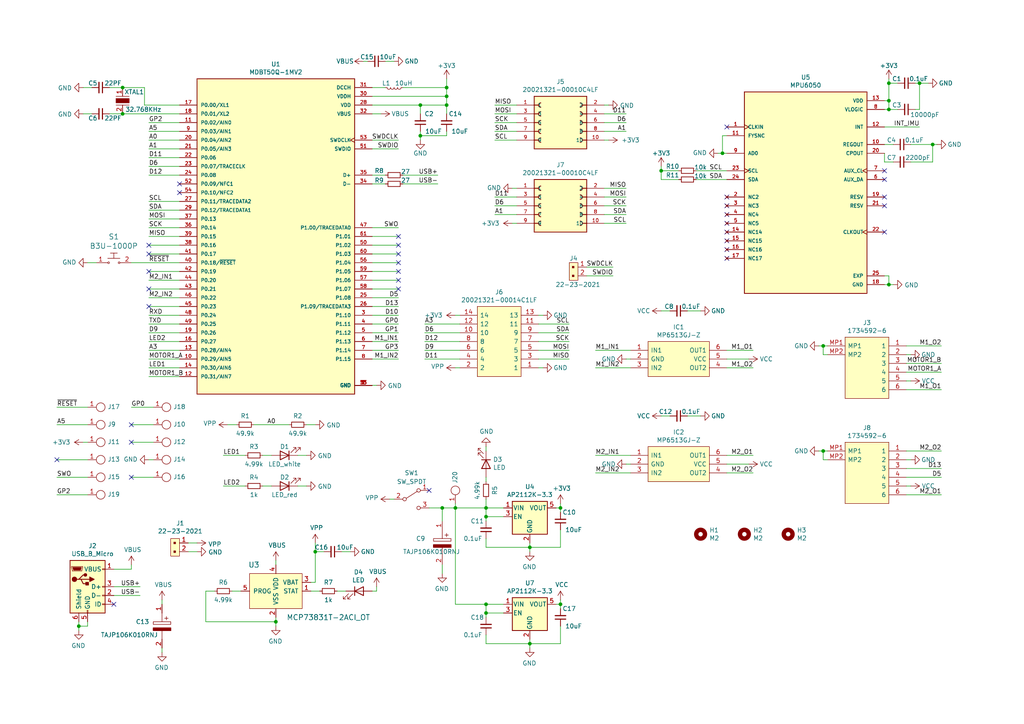
<source format=kicad_sch>
(kicad_sch (version 20211123) (generator eeschema)
  (paper "A4")
  (lib_symbols
    (symbol "Connector:USB_B_Micro" (pin_names (offset 1.016))
      (property "Reference" "J" (at -5.08 11.43 0))
      (property "Value" "USB_B_Micro" (at -5.08 8.89 0))
      (symbol "USB_B_Micro_1_1"
        (pin power_out line (at 7.62 5.08 180) (length 2.54) (name "VBUS") (number "1"))
        (pin bidirectional line (at 7.62 -2.54 180) (length 2.54) (name "D-") (number "2"))
        (pin bidirectional line (at 7.62 0 180) (length 2.54) (name "D+") (number "3"))
        (pin passive line (at 7.62 -5.08 180) (length 2.54) (name "ID") (number "4"))
        (pin power_out line (at 0 -10.16 90) (length 2.54) (name "GND") (number "5"))
        (pin passive line (at -2.54 -10.16 90) (length 2.54) (name "Shield") (number "6"))
      )
    )
    (symbol "Device:C_Small" (pin_numbers hide) (pin_names (offset 0.254) hide)
      (property "Reference" "C" (at 0.254 1.778 0))
      (property "Value" "C_Small" (at 0.254 -2.032 0))
      (symbol "C_Small_1_1"
        (pin passive line (at 0 2.54 270) (length 2.032) (name "~") (number "1"))
        (pin passive line (at 0 -2.54 90) (length 2.032) (name "~") (number "2"))
      )
    )
    (symbol "Device:LED" (pin_numbers hide) (pin_names (offset 1.016) hide)
      (property "Reference" "D" (at 0 2.54 0))
      (property "Value" "LED" (at 0 -2.54 0))
      (symbol "LED_1_1"
        (pin passive line (at -3.81 0 0) (length 2.54) (name "K") (number "1"))
        (pin passive line (at 3.81 0 180) (length 2.54) (name "A") (number "2"))
      )
    )
    (symbol "Device:L_Small" (pin_numbers hide) (pin_names (offset 0.254) hide)
      (property "Reference" "L" (at 0.762 1.016 0))
      (property "Value" "L_Small" (at 0.762 -1.016 0))
      (symbol "L_Small_1_1"
        (pin passive line (at 0 2.54 270) (length 0.508) (name "~") (number "1"))
        (pin passive line (at 0 -2.54 90) (length 0.508) (name "~") (number "2"))
      )
    )
    (symbol "Device:R_Small" (pin_numbers hide) (pin_names (offset 0.254) hide)
      (property "Reference" "R" (at 0.762 0.508 0))
      (property "Value" "R_Small" (at 0.762 -1.016 0))
      (symbol "R_Small_1_1"
        (pin passive line (at 0 2.54 270) (length 0.762) (name "~") (number "1"))
        (pin passive line (at 0 -2.54 90) (length 0.762) (name "~") (number "2"))
      )
    )
    (symbol "M50-3100545:M50-3100545" (pin_names (offset 1.016))
      (property "Reference" "J" (at -7.62 8.89 0))
      (property "Value" "M50-3100545_M50-3100545" (at -7.62 -10.16 0))
      (symbol "M50-3100545_0_0"
        (pin passive line (at -12.7 5.08 0) (length 5.08) (name "1") (number "1"))
        (pin passive line (at 12.7 -5.08 180) (length 5.08) (name "10") (number "10"))
        (pin passive line (at 12.7 5.08 180) (length 5.08) (name "2") (number "2"))
        (pin passive line (at -12.7 2.54 0) (length 5.08) (name "3") (number "3"))
        (pin passive line (at 12.7 2.54 180) (length 5.08) (name "4") (number "4"))
        (pin passive line (at -12.7 0 0) (length 5.08) (name "5") (number "5"))
        (pin passive line (at 12.7 0 180) (length 5.08) (name "6") (number "6"))
        (pin passive line (at -12.7 -2.54 0) (length 5.08) (name "7") (number "7"))
        (pin passive line (at 12.7 -2.54 180) (length 5.08) (name "8") (number "8"))
        (pin passive line (at -12.7 -5.08 0) (length 5.08) (name "9") (number "9"))
      )
    )
    (symbol "MDBT50Q-1MV2:MDBT50Q-1MV2" (pin_names (offset 1.016))
      (property "Reference" "U" (at -22.86 46.482 0))
      (property "Value" "MDBT50Q-1MV2_MDBT50Q-1MV2" (at -22.86 -48.26 0))
      (symbol "MDBT50Q-1MV2_0_0"
        (pin power_in line (at 27.94 -43.18 180) (length 5.08) (name "GND") (number "1"))
        (pin bidirectional line (at -27.94 -35.56 0) (length 5.08) (name "P0.29/AIN5") (number "10"))
        (pin bidirectional line (at -27.94 33.02 0) (length 5.08) (name "P0.02/AIN0") (number "11"))
        (pin bidirectional line (at -27.94 -40.64 0) (length 5.08) (name "P0.31/AIN7") (number "12"))
        (pin bidirectional line (at -27.94 -33.02 0) (length 5.08) (name "P0.28/AIN4") (number "13"))
        (pin bidirectional line (at -27.94 -38.1 0) (length 5.08) (name "P0.30/AIN6") (number "14"))
        (pin power_in line (at 27.94 -43.18 180) (length 5.08) (name "GND") (number "15"))
        (pin bidirectional line (at -27.94 -30.48 0) (length 5.08) (name "P0.27") (number "16"))
        (pin bidirectional line (at -27.94 38.1 0) (length 5.08) (name "P0.00/XL1") (number "17"))
        (pin bidirectional line (at -27.94 35.56 0) (length 5.08) (name "P0.01/XL2") (number "18"))
        (pin bidirectional line (at -27.94 -27.94 0) (length 5.08) (name "P0.26") (number "19"))
        (pin power_in line (at 27.94 -43.18 180) (length 5.08) (name "GND") (number "2"))
        (pin bidirectional line (at -27.94 27.94 0) (length 5.08) (name "P0.04/AIN2") (number "20"))
        (pin bidirectional line (at -27.94 25.4 0) (length 5.08) (name "P0.05/AIN3") (number "21"))
        (pin bidirectional line (at -27.94 22.86 0) (length 5.08) (name "P0.06") (number "22"))
        (pin bidirectional line (at -27.94 20.32 0) (length 5.08) (name "P0.07/TRACECLK") (number "23"))
        (pin bidirectional line (at -27.94 17.78 0) (length 5.08) (name "P0.08") (number "24"))
        (pin bidirectional line (at 27.94 -17.78 180) (length 5.08) (name "P1.08") (number "25"))
        (pin bidirectional line (at 27.94 -20.32 180) (length 5.08) (name "P1.09/TRACEDATA3") (number "26"))
        (pin bidirectional line (at -27.94 10.16 0) (length 5.08) (name "P0.11/TRACEDATA2") (number "27"))
        (pin power_in line (at 27.94 38.1 180) (length 5.08) (name "VDD") (number "28"))
        (pin bidirectional line (at -27.94 7.62 0) (length 5.08) (name "P0.12/TRACEDATA1") (number "29"))
        (pin bidirectional line (at 27.94 -22.86 180) (length 5.08) (name "P1.10") (number "3"))
        (pin power_in line (at 27.94 40.64 180) (length 5.08) (name "VDDH") (number "30"))
        (pin power_in line (at 27.94 43.18 180) (length 5.08) (name "DCCH") (number "31"))
        (pin power_in line (at 27.94 35.56 180) (length 5.08) (name "VBUS") (number "32"))
        (pin power_in line (at 27.94 -43.18 180) (length 5.08) (name "GND") (number "33"))
        (pin bidirectional line (at 27.94 15.24 180) (length 5.08) (name "D-") (number "34"))
        (pin bidirectional line (at 27.94 17.78 180) (length 5.08) (name "D+") (number "35"))
        (pin bidirectional line (at -27.94 2.54 0) (length 5.08) (name "P0.14") (number "36"))
        (pin bidirectional line (at -27.94 5.08 0) (length 5.08) (name "P0.13") (number "37"))
        (pin bidirectional line (at -27.94 -2.54 0) (length 5.08) (name "P0.16") (number "38"))
        (pin bidirectional line (at -27.94 0 0) (length 5.08) (name "P0.15") (number "39"))
        (pin bidirectional line (at 27.94 -25.4 180) (length 5.08) (name "P1.11") (number "4"))
        (pin bidirectional line (at -27.94 -7.62 0) (length 5.08) (name "P0.18/~{RESET}") (number "40"))
        (pin bidirectional line (at -27.94 -5.08 0) (length 5.08) (name "P0.17") (number "41"))
        (pin bidirectional line (at -27.94 -10.16 0) (length 5.08) (name "P0.19") (number "42"))
        (pin bidirectional line (at -27.94 -15.24 0) (length 5.08) (name "P0.21") (number "43"))
        (pin bidirectional line (at -27.94 -12.7 0) (length 5.08) (name "P0.20") (number "44"))
        (pin bidirectional line (at -27.94 -20.32 0) (length 5.08) (name "P0.23") (number "45"))
        (pin bidirectional line (at -27.94 -17.78 0) (length 5.08) (name "P0.22") (number "46"))
        (pin bidirectional line (at 27.94 2.54 180) (length 5.08) (name "P1.00/TRACEDATA0") (number "47"))
        (pin bidirectional line (at -27.94 -22.86 0) (length 5.08) (name "P0.24") (number "48"))
        (pin bidirectional line (at -27.94 -25.4 0) (length 5.08) (name "P0.25") (number "49"))
        (pin bidirectional line (at 27.94 -27.94 180) (length 5.08) (name "P1.12") (number "5"))
        (pin bidirectional line (at 27.94 -2.54 180) (length 5.08) (name "P1.02") (number "50"))
        (pin bidirectional line (at 27.94 25.4 180) (length 5.08) (name "SWDIO") (number "51"))
        (pin bidirectional line (at -27.94 15.24 0) (length 5.08) (name "P0.09/NFC1") (number "52"))
        (pin input clock (at 27.94 27.94 180) (length 5.08) (name "SWDCLK") (number "53"))
        (pin bidirectional line (at -27.94 12.7 0) (length 5.08) (name "P0.10/NFC2") (number "54"))
        (pin power_in line (at 27.94 -43.18 180) (length 5.08) (name "GND") (number "55"))
        (pin bidirectional line (at 27.94 -7.62 180) (length 5.08) (name "P1.04") (number "56"))
        (pin bidirectional line (at 27.94 -12.7 180) (length 5.08) (name "P1.06") (number "57"))
        (pin bidirectional line (at 27.94 -15.24 180) (length 5.08) (name "P1.07") (number "58"))
        (pin bidirectional line (at 27.94 -10.16 180) (length 5.08) (name "P1.05") (number "59"))
        (pin bidirectional line (at 27.94 -30.48 180) (length 5.08) (name "P1.13") (number "6"))
        (pin bidirectional line (at 27.94 -5.08 180) (length 5.08) (name "P1.03") (number "60"))
        (pin bidirectional line (at 27.94 0 180) (length 5.08) (name "P1.01") (number "61"))
        (pin bidirectional line (at 27.94 -33.02 180) (length 5.08) (name "P1.14") (number "7"))
        (pin bidirectional line (at 27.94 -35.56 180) (length 5.08) (name "P1.15") (number "8"))
        (pin bidirectional line (at -27.94 30.48 0) (length 5.08) (name "P0.03/AIN1") (number "9"))
      )
    )
    (symbol "MPU6050:MPU6050" (pin_names (offset 1.016))
      (property "Reference" "U" (at -17.78 29.21 0))
      (property "Value" "MPU6050_MPU6050" (at -17.78 -31.75 0))
      (symbol "MPU6050_0_0"
        (pin input clock (at -22.86 17.78 0) (length 5.08) (name "CLKIN") (number "1"))
        (pin output line (at 22.86 12.7 180) (length 5.08) (name "REGOUT") (number "10"))
        (pin input line (at -22.86 15.24 0) (length 5.08) (name "FYSNC") (number "11"))
        (pin output line (at 22.86 17.78 180) (length 5.08) (name "INT") (number "12"))
        (pin power_in line (at 22.86 25.4 180) (length 5.08) (name "VDD") (number "13"))
        (pin no_connect line (at -22.86 -12.7 0) (length 5.08) (name "NC14") (number "14"))
        (pin no_connect line (at -22.86 -15.24 0) (length 5.08) (name "NC15") (number "15"))
        (pin no_connect line (at -22.86 -17.78 0) (length 5.08) (name "NC16") (number "16"))
        (pin no_connect line (at -22.86 -20.32 0) (length 5.08) (name "NC17") (number "17"))
        (pin power_in line (at 22.86 -27.94 180) (length 5.08) (name "GND") (number "18"))
        (pin bidirectional line (at 22.86 -2.54 180) (length 5.08) (name "RESV") (number "19"))
        (pin no_connect line (at -22.86 -2.54 0) (length 5.08) (name "NC2") (number "2"))
        (pin output line (at 22.86 10.16 180) (length 5.08) (name "CPOUT") (number "20"))
        (pin bidirectional line (at 22.86 -5.08 180) (length 5.08) (name "RESV") (number "21"))
        (pin output clock (at 22.86 -12.7 180) (length 5.08) (name "CLKOUT") (number "22"))
        (pin input clock (at -22.86 5.08 0) (length 5.08) (name "SCL") (number "23"))
        (pin bidirectional line (at -22.86 2.54 0) (length 5.08) (name "SDA") (number "24"))
        (pin power_in line (at 22.86 -25.4 180) (length 5.08) (name "EXP") (number "25"))
        (pin no_connect line (at -22.86 -5.08 0) (length 5.08) (name "NC3") (number "3"))
        (pin no_connect line (at -22.86 -7.62 0) (length 5.08) (name "NC4") (number "4"))
        (pin no_connect line (at -22.86 -10.16 0) (length 5.08) (name "NC5") (number "5"))
        (pin bidirectional line (at 22.86 2.54 180) (length 5.08) (name "AUX_DA") (number "6"))
        (pin output clock (at 22.86 5.08 180) (length 5.08) (name "AUX_CL") (number "7"))
        (pin power_in line (at 22.86 22.86 180) (length 5.08) (name "VLOGIC") (number "8"))
        (pin input line (at -22.86 10.16 0) (length 5.08) (name "AD0") (number "9"))
      )
    )
    (symbol "Mechanical:MountingHole" (pin_names (offset 1.016))
      (property "Reference" "H" (at 0 5.08 0))
      (property "Value" "MountingHole" (at 0 3.175 0))
    )
    (symbol "Mylib:1_pin_sig" (pin_names (offset 1.016))
      (property "Reference" "J" (at 0 1.27 0))
      (property "Value" "Mylib_1_pin_sig" (at 0 0 0))
      (symbol "1_pin_sig_1_1"
        (pin input line (at -2.54 -2.54 0) (length 2.54) (name "~") (number "1"))
      )
    )
    (symbol "Regulator_Linear:AP2112K-3.3" (pin_names (offset 0.254))
      (property "Reference" "U" (at -5.08 5.715 0))
      (property "Value" "AP2112K-3.3" (at 0 5.715 0))
      (symbol "AP2112K-3.3_1_1"
        (pin power_in line (at -7.62 2.54 0) (length 2.54) (name "VIN") (number "1"))
        (pin power_in line (at 0 -7.62 90) (length 2.54) (name "GND") (number "2"))
        (pin input line (at -7.62 0 0) (length 2.54) (name "EN") (number "3"))
        (pin no_connect line (at 5.08 0 180) (length 2.54) hide (name "NC") (number "4"))
        (pin power_out line (at 7.62 2.54 180) (length 2.54) (name "VOUT") (number "5"))
      )
    )
    (symbol "SamacSys_Parts:1734592-6" (pin_names (offset 0.762))
      (property "Reference" "J" (at 19.05 7.62 0))
      (property "Value" "SamacSys_Parts_1734592-6" (at 19.05 5.08 0))
      (symbol "1734592-6_0_0"
        (pin passive line (at 22.86 0 180) (length 5.08) (name "1") (number "1"))
        (pin passive line (at 22.86 -2.54 180) (length 5.08) (name "2") (number "2"))
        (pin passive line (at 22.86 -5.08 180) (length 5.08) (name "3") (number "3"))
        (pin passive line (at 22.86 -7.62 180) (length 5.08) (name "4") (number "4"))
        (pin passive line (at 22.86 -10.16 180) (length 5.08) (name "5") (number "5"))
        (pin passive line (at 22.86 -12.7 180) (length 5.08) (name "6") (number "6"))
        (pin passive line (at 0 0 0) (length 5.08) (name "MP1") (number "MP1"))
        (pin passive line (at 0 -2.54 0) (length 5.08) (name "MP2") (number "MP2"))
      )
    )
    (symbol "SamacSys_Parts:20021321-00014C1LF" (pin_names (offset 0.762))
      (property "Reference" "J" (at 19.05 7.62 0))
      (property "Value" "SamacSys_Parts_20021321-00014C1LF" (at 19.05 5.08 0))
      (symbol "20021321-00014C1LF_0_0"
        (pin passive line (at 22.86 -15.24 180) (length 5.08) (name "1") (number "1"))
        (pin passive line (at 0 -5.08 0) (length 5.08) (name "10") (number "10"))
        (pin passive line (at 22.86 -2.54 180) (length 5.08) (name "11") (number "11"))
        (pin passive line (at 0 -2.54 0) (length 5.08) (name "12") (number "12"))
        (pin passive line (at 22.86 0 180) (length 5.08) (name "13") (number "13"))
        (pin passive line (at 0 0 0) (length 5.08) (name "14") (number "14"))
        (pin passive line (at 0 -15.24 0) (length 5.08) (name "2") (number "2"))
        (pin passive line (at 22.86 -12.7 180) (length 5.08) (name "3") (number "3"))
        (pin passive line (at 0 -12.7 0) (length 5.08) (name "4") (number "4"))
        (pin passive line (at 22.86 -10.16 180) (length 5.08) (name "5") (number "5"))
        (pin passive line (at 0 -10.16 0) (length 5.08) (name "6") (number "6"))
        (pin passive line (at 22.86 -7.62 180) (length 5.08) (name "7") (number "7"))
        (pin passive line (at 0 -7.62 0) (length 5.08) (name "8") (number "8"))
        (pin passive line (at 22.86 -5.08 180) (length 5.08) (name "9") (number "9"))
      )
    )
    (symbol "SamacSys_Parts:MP6513GJ-Z" (pin_names (offset 0.762))
      (property "Reference" "IC" (at 24.13 7.62 0))
      (property "Value" "SamacSys_Parts_MP6513GJ-Z" (at 24.13 5.08 0))
      (symbol "MP6513GJ-Z_0_0"
        (pin passive line (at 0 0 0) (length 5.08) (name "IN1") (number "1"))
        (pin passive line (at 0 -2.54 0) (length 5.08) (name "GND") (number "2"))
        (pin passive line (at 0 -5.08 0) (length 5.08) (name "IN2") (number "3"))
        (pin passive line (at 27.94 -5.08 180) (length 5.08) (name "OUT2") (number "4"))
        (pin passive line (at 27.94 -2.54 180) (length 5.08) (name "VCC") (number "5"))
        (pin passive line (at 27.94 0 180) (length 5.08) (name "OUT1") (number "6"))
      )
    )
    (symbol "SamacSys_Parts:TAJP106K010RNJ" (pin_names (offset 0.762))
      (property "Reference" "C" (at 8.89 6.35 0))
      (property "Value" "SamacSys_Parts_TAJP106K010RNJ" (at 8.89 3.81 0))
      (symbol "TAJP106K010RNJ_0_0"
        (pin passive line (at 0 0 0) (length 2.54) (name "~") (number "1"))
        (pin passive line (at 12.7 0 180) (length 2.54) (name "~") (number "2"))
      )
    )
    (symbol "Switch:SW_SPDT" (pin_names (offset 0) hide)
      (property "Reference" "SW" (at 0 4.318 0))
      (property "Value" "SW_SPDT" (at 0 -5.08 0))
      (symbol "SW_SPDT_1_1"
        (pin passive line (at 5.08 2.54 180) (length 2.54) (name "A") (number "1"))
        (pin passive line (at -5.08 0 0) (length 2.54) (name "B") (number "2"))
        (pin passive line (at 5.08 -2.54 180) (length 2.54) (name "C") (number "3"))
      )
    )
    (symbol "dk_Crystals:ECS-_327-12_5-34B-TR" (pin_names (offset 1.016))
      (property "Reference" "XTAL" (at 0 3.81 0))
      (property "Value" "dk_Crystals_ECS-_327-12_5-34B-TR" (at 0 -3.81 0))
      (symbol "ECS-_327-12_5-34B-TR_1_1"
        (pin bidirectional line (at -3.81 0 0) (length 2.54) (name "~") (number "1"))
        (pin bidirectional line (at 3.81 0 180) (length 2.54) (name "~") (number "2"))
      )
    )
    (symbol "dk_PMIC-Battery-Chargers:MCP73831T-2ACI_OT" (pin_names (offset 1.016))
      (property "Reference" "U" (at -5.08 3.556 0))
      (property "Value" "dk_PMIC-Battery-Chargers_MCP73831T-2ACI_OT" (at 0.254 -8.89 0))
      (symbol "MCP73831T-2ACI_OT_1_1"
        (pin output line (at 10.16 -2.54 180) (length 2.54) (name "STAT") (number "1"))
        (pin power_in line (at 0 -10.16 90) (length 2.54) (name "VSS") (number "2"))
        (pin power_out line (at 10.16 0 180) (length 2.54) (name "VBAT") (number "3"))
        (pin power_in line (at 0 5.08 270) (length 2.54) (name "VDD") (number "4"))
        (pin input line (at -10.16 -2.54 0) (length 2.54) (name "PROG") (number "5"))
      )
    )
    (symbol "dk_Rectangular-Connectors-Headers-Male-Pins:22-23-2021" (pin_names (offset 1.016))
      (property "Reference" "J" (at -2.54 1.27 0))
      (property "Value" "dk_Rectangular-Connectors-Headers-Male-Pins_22-23-2021" (at 1.27 -3.81 0))
      (symbol "22-23-2021_1_1"
        (pin passive line (at 0 2.54 270) (length 2.54) (name "~") (number "1"))
        (pin passive line (at 2.54 2.54 270) (length 2.54) (name "~") (number "2"))
      )
    )
    (symbol "dk_Tactile-Switches:B3U-1000P" (pin_names (offset 1.016))
      (property "Reference" "S" (at 0 4.064 0))
      (property "Value" "dk_Tactile-Switches_B3U-1000P" (at 0 -2.54 0))
      (symbol "B3U-1000P_1_1"
        (pin passive line (at -5.08 0 0) (length 2.54) (name "~") (number "1"))
        (pin passive line (at 5.08 0 180) (length 2.54) (name "~") (number "2"))
      )
    )
    (symbol "power:+3.3V" (power) (pin_names (offset 0))
      (property "Value" "+3.3V" (at 0 3.556 0))
      (symbol "+3.3V_1_1"
        (pin power_in line (at 0 0 90) (length 0) hide (name "+3V3") (number "1"))
      )
    )
    (symbol "power:GND" (power) (pin_names (offset 0))
      (property "Value" "GND" (at 0 -3.81 0))
      (symbol "GND_1_1"
        (pin power_in line (at 0 0 270) (length 0) hide (name "GND") (number "1"))
      )
    )
    (symbol "power:VBUS" (power) (pin_names (offset 0))
      (property "Value" "VBUS" (at 0 3.81 0))
      (symbol "VBUS_1_1"
        (pin power_in line (at 0 0 90) (length 0) hide (name "VBUS") (number "1"))
      )
    )
    (symbol "power:VCC" (power) (pin_names (offset 0))
      (property "Value" "VCC" (at 0 3.81 0))
      (symbol "VCC_1_1"
        (pin power_in line (at 0 0 90) (length 0) hide (name "VCC") (number "1"))
      )
    )
    (symbol "power:VPP" (power) (pin_names (offset 0))
      (property "Value" "VPP" (at 0 3.81 0))
      (symbol "VPP_1_1"
        (pin power_in line (at 0 0 90) (length 0) hide (name "VPP") (number "1"))
      )
    )
  )
  (junction (at 132.08 147.32))
  (junction (at 257.81 24.13))
  (junction (at 153.67 158.75))
  (junction (at 129.54 25.4))
  (junction (at 140.97 175.26))
  (junction (at 129.54 27.94))
  (junction (at 153.67 186.69))
  (junction (at 121.92 30.48))
  (junction (at 162.56 147.32))
  (junction (at 35.56 33.02))
  (junction (at 191.77 49.53))
  (junction (at 140.97 147.32))
  (junction (at 257.81 29.21))
  (junction (at 257.81 31.75))
  (junction (at 91.44 160.02))
  (junction (at 140.97 149.86))
  (junction (at 121.92 39.37))
  (junction (at 80.01 180.34))
  (junction (at 35.56 25.4))
  (junction (at 140.97 177.8))
  (junction (at 209.55 44.45))
  (junction (at 238.76 100.33))
  (junction (at 128.27 147.32))
  (junction (at 266.7 24.13))
  (junction (at 238.76 130.81))
  (junction (at 22.86 181.61))
  (junction (at 270.51 41.91))
  (junction (at 257.81 82.55))
  (junction (at 162.56 175.26))
  (junction (at 129.54 30.48))
  (no_connect (at 210.82 69.85))
  (no_connect (at 43.18 88.9))
  (no_connect (at 16.51 133.35))
  (no_connect (at 115.57 78.74))
  (no_connect (at 52.07 55.88))
  (no_connect (at 43.18 78.74))
  (no_connect (at 210.82 74.93))
  (no_connect (at 210.82 72.39))
  (no_connect (at 210.82 36.83))
  (no_connect (at 43.18 73.66))
  (no_connect (at 256.54 52.07))
  (no_connect (at 115.57 83.82))
  (no_connect (at 256.54 49.53))
  (no_connect (at 210.82 67.31))
  (no_connect (at 210.82 62.23))
  (no_connect (at 38.1 138.43))
  (no_connect (at 115.57 71.12))
  (no_connect (at 210.82 64.77))
  (no_connect (at 38.1 123.19))
  (no_connect (at 33.02 175.26))
  (no_connect (at 43.18 83.82))
  (no_connect (at 115.57 68.58))
  (no_connect (at 38.1 128.27))
  (no_connect (at 115.57 73.66))
  (no_connect (at 115.57 76.2))
  (no_connect (at 124.46 142.24))
  (no_connect (at 210.82 57.15))
  (no_connect (at 52.07 53.34))
  (no_connect (at 256.54 67.31))
  (no_connect (at 256.54 57.15))
  (no_connect (at 43.18 71.12))
  (no_connect (at 210.82 59.69))
  (no_connect (at 256.54 59.69))
  (no_connect (at 115.57 81.28))
  (wire (pts (xy 153.67 187.96) (xy 153.67 186.69)))
  (wire (pts (xy 264.16 46.99) (xy 270.51 46.99)))
  (wire (pts (xy 256.54 36.83) (xy 266.7 36.83)))
  (wire (pts (xy 106.68 17.78) (xy 105.41 17.78)))
  (wire (pts (xy 41.91 30.48) (xy 52.07 30.48)))
  (wire (pts (xy 238.76 133.35) (xy 238.76 130.81)))
  (wire (pts (xy 129.54 27.94) (xy 129.54 25.4)))
  (wire (pts (xy 91.44 160.02) (xy 91.44 157.48)))
  (wire (pts (xy 181.61 64.77) (xy 175.26 64.77)))
  (wire (pts (xy 262.89 143.51) (xy 273.05 143.51)))
  (wire (pts (xy 107.95 86.36) (xy 115.57 86.36)))
  (wire (pts (xy 24.13 128.27) (xy 25.4 128.27)))
  (wire (pts (xy 52.07 81.28) (xy 43.18 81.28)))
  (wire (pts (xy 38.1 118.11) (xy 44.45 118.11)))
  (wire (pts (xy 140.97 186.69) (xy 153.67 186.69)))
  (wire (pts (xy 88.9 123.19) (xy 91.44 123.19)))
  (wire (pts (xy 25.4 138.43) (xy 16.51 138.43)))
  (wire (pts (xy 191.77 49.53) (xy 191.77 52.07)))
  (wire (pts (xy 181.61 54.61) (xy 175.26 54.61)))
  (wire (pts (xy 41.91 25.4) (xy 41.91 30.48)))
  (wire (pts (xy 191.77 90.17) (xy 194.31 90.17)))
  (wire (pts (xy 265.43 24.13) (xy 266.7 24.13)))
  (wire (pts (xy 162.56 175.26) (xy 162.56 173.99)))
  (wire (pts (xy 43.18 133.35) (xy 44.45 133.35)))
  (wire (pts (xy 16.51 118.11) (xy 25.4 118.11)))
  (wire (pts (xy 129.54 30.48) (xy 121.92 30.48)))
  (wire (pts (xy 149.86 38.1) (xy 143.51 38.1)))
  (wire (pts (xy 143.51 40.64) (xy 149.86 40.64)))
  (wire (pts (xy 69.85 171.45) (xy 67.31 171.45)))
  (wire (pts (xy 107.95 68.58) (xy 115.57 68.58)))
  (wire (pts (xy 153.67 186.69) (xy 153.67 185.42)))
  (wire (pts (xy 170.18 80.01) (xy 177.8 80.01)))
  (wire (pts (xy 62.23 171.45) (xy 59.69 171.45)))
  (wire (pts (xy 111.76 17.78) (xy 114.3 17.78)))
  (wire (pts (xy 153.67 158.75) (xy 162.56 158.75)))
  (wire (pts (xy 273.05 138.43) (xy 262.89 138.43)))
  (wire (pts (xy 143.51 62.23) (xy 149.86 62.23)))
  (wire (pts (xy 129.54 22.86) (xy 129.54 25.4)))
  (wire (pts (xy 107.95 71.12) (xy 115.57 71.12)))
  (wire (pts (xy 146.05 177.8) (xy 140.97 177.8)))
  (wire (pts (xy 91.44 168.91) (xy 91.44 160.02)))
  (wire (pts (xy 210.82 134.62) (xy 217.17 134.62)))
  (wire (pts (xy 161.29 147.32) (xy 162.56 147.32)))
  (wire (pts (xy 123.19 104.14) (xy 133.35 104.14)))
  (wire (pts (xy 43.18 73.66) (xy 52.07 73.66)))
  (wire (pts (xy 52.07 45.72) (xy 43.18 45.72)))
  (wire (pts (xy 59.69 180.34) (xy 80.01 180.34)))
  (wire (pts (xy 181.61 38.1) (xy 175.26 38.1)))
  (wire (pts (xy 107.95 73.66) (xy 115.57 73.66)))
  (wire (pts (xy 153.67 186.69) (xy 162.56 186.69)))
  (wire (pts (xy 132.08 146.05) (xy 132.08 147.32)))
  (wire (pts (xy 43.18 96.52) (xy 52.07 96.52)))
  (wire (pts (xy 170.18 77.47) (xy 177.8 77.47)))
  (wire (pts (xy 262.89 130.81) (xy 273.05 130.81)))
  (wire (pts (xy 165.1 96.52) (xy 156.21 96.52)))
  (wire (pts (xy 165.1 93.98) (xy 156.21 93.98)))
  (wire (pts (xy 140.97 158.75) (xy 153.67 158.75)))
  (wire (pts (xy 256.54 80.01) (xy 257.81 80.01)))
  (wire (pts (xy 128.27 163.83) (xy 128.27 166.37)))
  (wire (pts (xy 52.07 35.56) (xy 43.18 35.56)))
  (wire (pts (xy 157.48 91.44) (xy 156.21 91.44)))
  (wire (pts (xy 73.66 123.19) (xy 83.82 123.19)))
  (wire (pts (xy 107.95 96.52) (xy 115.57 96.52)))
  (wire (pts (xy 107.95 111.76) (xy 109.22 111.76)))
  (wire (pts (xy 25.4 123.19) (xy 16.51 123.19)))
  (wire (pts (xy 107.95 66.04) (xy 115.57 66.04)))
  (wire (pts (xy 209.55 44.45) (xy 208.28 44.45)))
  (wire (pts (xy 165.1 99.06) (xy 156.21 99.06)))
  (wire (pts (xy 123.19 99.06) (xy 133.35 99.06)))
  (wire (pts (xy 260.35 24.13) (xy 257.81 24.13)))
  (wire (pts (xy 129.54 39.37) (xy 129.54 38.1)))
  (wire (pts (xy 140.97 177.8) (xy 140.97 175.26)))
  (wire (pts (xy 149.86 35.56) (xy 143.51 35.56)))
  (wire (pts (xy 140.97 179.07) (xy 140.97 177.8)))
  (wire (pts (xy 146.05 149.86) (xy 140.97 149.86)))
  (wire (pts (xy 270.51 41.91) (xy 271.78 41.91)))
  (wire (pts (xy 162.56 147.32) (xy 162.56 146.05)))
  (wire (pts (xy 182.88 134.62) (xy 181.61 134.62)))
  (wire (pts (xy 33.02 172.72) (xy 40.64 172.72)))
  (wire (pts (xy 38.1 165.1) (xy 38.1 163.83)))
  (wire (pts (xy 43.18 78.74) (xy 52.07 78.74)))
  (wire (pts (xy 43.18 83.82) (xy 52.07 83.82)))
  (wire (pts (xy 43.18 91.44) (xy 52.07 91.44)))
  (wire (pts (xy 22.86 181.61) (xy 25.4 181.61)))
  (wire (pts (xy 262.89 102.87) (xy 264.16 102.87)))
  (wire (pts (xy 33.02 170.18) (xy 40.64 170.18)))
  (wire (pts (xy 140.97 156.21) (xy 140.97 158.75)))
  (wire (pts (xy 107.95 76.2) (xy 115.57 76.2)))
  (wire (pts (xy 237.49 130.81) (xy 238.76 130.81)))
  (wire (pts (xy 140.97 184.15) (xy 140.97 186.69)))
  (wire (pts (xy 140.97 130.81) (xy 140.97 129.54)))
  (wire (pts (xy 107.95 99.06) (xy 115.57 99.06)))
  (wire (pts (xy 46.99 187.96) (xy 46.99 189.23)))
  (wire (pts (xy 31.75 33.02) (xy 35.56 33.02)))
  (wire (pts (xy 88.9 132.08) (xy 86.36 132.08)))
  (wire (pts (xy 165.1 101.6) (xy 156.21 101.6)))
  (wire (pts (xy 181.61 33.02) (xy 175.26 33.02)))
  (wire (pts (xy 25.4 181.61) (xy 25.4 180.34)))
  (wire (pts (xy 88.9 140.97) (xy 86.36 140.97)))
  (wire (pts (xy 71.12 140.97) (xy 64.77 140.97)))
  (wire (pts (xy 257.81 31.75) (xy 257.81 29.21)))
  (wire (pts (xy 38.1 123.19) (xy 44.45 123.19)))
  (wire (pts (xy 269.24 24.13) (xy 266.7 24.13)))
  (wire (pts (xy 262.89 110.49) (xy 264.16 110.49)))
  (wire (pts (xy 191.77 120.65) (xy 194.31 120.65)))
  (wire (pts (xy 172.72 101.6) (xy 182.88 101.6)))
  (wire (pts (xy 262.89 113.03) (xy 273.05 113.03)))
  (wire (pts (xy 52.07 63.5) (xy 43.18 63.5)))
  (wire (pts (xy 257.81 22.86) (xy 257.81 24.13)))
  (wire (pts (xy 143.51 57.15) (xy 149.86 57.15)))
  (wire (pts (xy 128.27 151.13) (xy 128.27 147.32)))
  (wire (pts (xy 107.95 88.9) (xy 115.57 88.9)))
  (wire (pts (xy 52.07 66.04) (xy 43.18 66.04)))
  (wire (pts (xy 52.07 50.8) (xy 43.18 50.8)))
  (wire (pts (xy 140.97 175.26) (xy 132.08 175.26)))
  (wire (pts (xy 203.2 120.65) (xy 199.39 120.65)))
  (wire (pts (xy 31.75 25.4) (xy 35.56 25.4)))
  (wire (pts (xy 107.95 101.6) (xy 115.57 101.6)))
  (wire (pts (xy 52.07 109.22) (xy 43.18 109.22)))
  (wire (pts (xy 121.92 38.1) (xy 121.92 39.37)))
  (wire (pts (xy 38.1 128.27) (xy 44.45 128.27)))
  (wire (pts (xy 257.81 31.75) (xy 260.35 31.75)))
  (wire (pts (xy 43.18 60.96) (xy 52.07 60.96)))
  (wire (pts (xy 157.48 106.68) (xy 156.21 106.68)))
  (wire (pts (xy 107.95 30.48) (xy 121.92 30.48)))
  (wire (pts (xy 172.72 132.08) (xy 182.88 132.08)))
  (wire (pts (xy 124.46 147.32) (xy 128.27 147.32)))
  (wire (pts (xy 256.54 44.45) (xy 256.54 46.99)))
  (wire (pts (xy 148.59 54.61) (xy 149.86 54.61)))
  (wire (pts (xy 256.54 46.99) (xy 259.08 46.99)))
  (wire (pts (xy 264.16 140.97) (xy 262.89 140.97)))
  (wire (pts (xy 176.53 40.64) (xy 175.26 40.64)))
  (wire (pts (xy 43.18 88.9) (xy 52.07 88.9)))
  (wire (pts (xy 115.57 43.18) (xy 107.95 43.18)))
  (wire (pts (xy 240.03 133.35) (xy 238.76 133.35)))
  (wire (pts (xy 153.67 158.75) (xy 153.67 157.48)))
  (wire (pts (xy 129.54 39.37) (xy 121.92 39.37)))
  (wire (pts (xy 80.01 180.34) (xy 80.01 179.07)))
  (wire (pts (xy 123.19 101.6) (xy 133.35 101.6)))
  (wire (pts (xy 238.76 130.81) (xy 240.03 130.81)))
  (wire (pts (xy 57.15 160.02) (xy 54.61 160.02)))
  (wire (pts (xy 149.86 30.48) (xy 143.51 30.48)))
  (wire (pts (xy 107.95 78.74) (xy 115.57 78.74)))
  (wire (pts (xy 43.18 99.06) (xy 52.07 99.06)))
  (wire (pts (xy 172.72 137.16) (xy 182.88 137.16)))
  (wire (pts (xy 107.95 81.28) (xy 115.57 81.28)))
  (wire (pts (xy 116.84 53.34) (xy 127 53.34)))
  (wire (pts (xy 273.05 105.41) (xy 262.89 105.41)))
  (wire (pts (xy 26.67 25.4) (xy 24.13 25.4)))
  (wire (pts (xy 90.17 168.91) (xy 91.44 168.91)))
  (wire (pts (xy 257.81 82.55) (xy 259.08 82.55)))
  (wire (pts (xy 107.95 27.94) (xy 129.54 27.94)))
  (wire (pts (xy 256.54 29.21) (xy 257.81 29.21)))
  (wire (pts (xy 273.05 135.89) (xy 262.89 135.89)))
  (wire (pts (xy 162.56 148.59) (xy 162.56 147.32)))
  (wire (pts (xy 238.76 100.33) (xy 240.03 100.33)))
  (wire (pts (xy 107.95 93.98) (xy 115.57 93.98)))
  (wire (pts (xy 80.01 162.56) (xy 80.01 163.83)))
  (wire (pts (xy 148.59 64.77) (xy 149.86 64.77)))
  (wire (pts (xy 132.08 175.26) (xy 132.08 147.32)))
  (wire (pts (xy 210.82 104.14) (xy 217.17 104.14)))
  (wire (pts (xy 218.44 101.6) (xy 210.82 101.6)))
  (wire (pts (xy 43.18 101.6) (xy 52.07 101.6)))
  (wire (pts (xy 264.16 41.91) (xy 270.51 41.91)))
  (wire (pts (xy 111.76 50.8) (xy 107.95 50.8)))
  (wire (pts (xy 107.95 104.14) (xy 115.57 104.14)))
  (wire (pts (xy 90.17 171.45) (xy 92.71 171.45)))
  (wire (pts (xy 196.85 49.53) (xy 191.77 49.53)))
  (wire (pts (xy 22.86 181.61) (xy 22.86 180.34)))
  (wire (pts (xy 121.92 39.37) (xy 121.92 40.64)))
  (wire (pts (xy 52.07 43.18) (xy 43.18 43.18)))
  (wire (pts (xy 132.08 106.68) (xy 133.35 106.68)))
  (wire (pts (xy 26.67 33.02) (xy 24.13 33.02)))
  (wire (pts (xy 153.67 160.02) (xy 153.67 158.75)))
  (wire (pts (xy 33.02 165.1) (xy 38.1 165.1)))
  (wire (pts (xy 240.03 102.87) (xy 238.76 102.87)))
  (wire (pts (xy 210.82 44.45) (xy 209.55 44.45)))
  (wire (pts (xy 262.89 133.35) (xy 264.16 133.35)))
  (wire (pts (xy 22.86 182.88) (xy 22.86 181.61)))
  (wire (pts (xy 25.4 76.2) (xy 27.94 76.2)))
  (wire (pts (xy 238.76 102.87) (xy 238.76 100.33)))
  (wire (pts (xy 109.22 170.18) (xy 109.22 171.45)))
  (wire (pts (xy 16.51 133.35) (xy 25.4 133.35)))
  (wire (pts (xy 172.72 106.68) (xy 182.88 106.68)))
  (wire (pts (xy 140.97 144.78) (xy 140.97 147.32)))
  (wire (pts (xy 181.61 104.14) (xy 182.88 104.14)))
  (wire (pts (xy 266.7 24.13) (xy 266.7 31.75)))
  (wire (pts (xy 109.22 171.45) (xy 107.95 171.45)))
  (wire (pts (xy 143.51 59.69) (xy 149.86 59.69)))
  (wire (pts (xy 133.35 91.44) (xy 132.08 91.44)))
  (wire (pts (xy 162.56 176.53) (xy 162.56 175.26)))
  (wire (pts (xy 43.18 58.42) (xy 52.07 58.42)))
  (wire (pts (xy 201.93 49.53) (xy 210.82 49.53)))
  (wire (pts (xy 52.07 38.1) (xy 43.18 38.1)))
  (wire (pts (xy 52.07 40.64) (xy 43.18 40.64)))
  (wire (pts (xy 146.05 175.26) (xy 140.97 175.26)))
  (wire (pts (xy 209.55 39.37) (xy 209.55 44.45)))
  (wire (pts (xy 116.84 50.8) (xy 127 50.8)))
  (wire (pts (xy 140.97 151.13) (xy 140.97 149.86)))
  (wire (pts (xy 181.61 57.15) (xy 175.26 57.15)))
  (wire (pts (xy 66.04 123.19) (xy 68.58 123.19)))
  (wire (pts (xy 256.54 41.91) (xy 259.08 41.91)))
  (wire (pts (xy 76.2 140.97) (xy 78.74 140.97)))
  (wire (pts (xy 91.44 160.02) (xy 93.98 160.02)))
  (wire (pts (xy 161.29 175.26) (xy 162.56 175.26)))
  (wire (pts (xy 71.12 132.08) (xy 64.77 132.08)))
  (wire (pts (xy 110.49 33.02) (xy 107.95 33.02)))
  (wire (pts (xy 140.97 139.7) (xy 140.97 138.43)))
  (wire (pts (xy 146.05 147.32) (xy 140.97 147.32)))
  (wire (pts (xy 16.51 143.51) (xy 25.4 143.51)))
  (wire (pts (xy 218.44 106.68) (xy 210.82 106.68)))
  (wire (pts (xy 43.18 93.98) (xy 52.07 93.98)))
  (wire (pts (xy 107.95 53.34) (xy 111.76 53.34)))
  (wire (pts (xy 52.07 71.12) (xy 43.18 71.12)))
  (wire (pts (xy 123.19 96.52) (xy 133.35 96.52)))
  (wire (pts (xy 181.61 35.56) (xy 175.26 35.56)))
  (wire (pts (xy 52.07 106.68) (xy 43.18 106.68)))
  (wire (pts (xy 191.77 52.07) (xy 196.85 52.07)))
  (wire (pts (xy 35.56 33.02) (xy 52.07 33.02)))
  (wire (pts (xy 218.44 137.16) (xy 210.82 137.16)))
  (wire (pts (xy 273.05 107.95) (xy 262.89 107.95)))
  (wire (pts (xy 149.86 33.02) (xy 143.51 33.02)))
  (wire (pts (xy 38.1 138.43) (xy 44.45 138.43)))
  (wire (pts (xy 76.2 132.08) (xy 78.74 132.08)))
  (wire (pts (xy 210.82 39.37) (xy 209.55 39.37)))
  (wire (pts (xy 111.76 25.4) (xy 107.95 25.4)))
  (wire (pts (xy 191.77 48.26) (xy 191.77 49.53)))
  (wire (pts (xy 80.01 181.61) (xy 80.01 180.34)))
  (wire (pts (xy 128.27 147.32) (xy 132.08 147.32)))
  (wire (pts (xy 256.54 82.55) (xy 257.81 82.55)))
  (wire (pts (xy 201.93 52.07) (xy 210.82 52.07)))
  (wire (pts (xy 140.97 149.86) (xy 140.97 147.32)))
  (wire (pts (xy 43.18 86.36) (xy 52.07 86.36)))
  (wire (pts (xy 129.54 30.48) (xy 129.54 27.94)))
  (wire (pts (xy 218.44 132.08) (xy 210.82 132.08)))
  (wire (pts (xy 35.56 25.4) (xy 41.91 25.4)))
  (wire (pts (xy 262.89 100.33) (xy 273.05 100.33)))
  (wire (pts (xy 257.81 24.13) (xy 257.81 29.21)))
  (wire (pts (xy 237.49 100.33) (xy 238.76 100.33)))
  (wire (pts (xy 181.61 59.69) (xy 175.26 59.69)))
  (wire (pts (xy 113.03 144.78) (xy 114.3 144.78)))
  (wire (pts (xy 175.26 30.48) (xy 176.53 30.48)))
  (wire (pts (xy 107.95 91.44) (xy 115.57 91.44)))
  (wire (pts (xy 38.1 76.2) (xy 52.07 76.2)))
  (wire (pts (xy 133.35 93.98) (xy 123.19 93.98)))
  (wire (pts (xy 129.54 33.02) (xy 129.54 30.48)))
  (wire (pts (xy 43.18 104.14) (xy 52.07 104.14)))
  (wire (pts (xy 54.61 157.48) (xy 57.15 157.48)))
  (wire (pts (xy 270.51 46.99) (xy 270.51 41.91)))
  (wire (pts (xy 116.84 25.4) (xy 129.54 25.4)))
  (wire (pts (xy 107.95 83.82) (xy 115.57 83.82)))
  (wire (pts (xy 100.33 171.45) (xy 97.79 171.45)))
  (wire (pts (xy 52.07 68.58) (xy 43.18 68.58)))
  (wire (pts (xy 132.08 147.32) (xy 140.97 147.32)))
  (wire (pts (xy 265.43 31.75) (xy 266.7 31.75)))
  (wire (pts (xy 181.61 62.23) (xy 175.26 62.23)))
  (wire (pts (xy 52.07 48.26) (xy 43.18 48.26)))
  (wire (pts (xy 162.56 158.75) (xy 162.56 153.67)))
  (wire (pts (xy 107.95 40.64) (xy 115.57 40.64)))
  (wire (pts (xy 46.99 175.26) (xy 46.99 173.99)))
  (wire (pts (xy 203.2 90.17) (xy 199.39 90.17)))
  (wire (pts (xy 99.06 160.02) (xy 101.6 160.02)))
  (wire (pts (xy 256.54 31.75) (xy 257.81 31.75)))
  (wire (pts (xy 165.1 104.14) (xy 156.21 104.14)))
  (wire (pts (xy 121.92 33.02) (xy 121.92 30.48)))
  (wire (pts (xy 59.69 171.45) (xy 59.69 180.34)))
  (wire (pts (xy 257.81 80.01) (xy 257.81 82.55)))
  (wire (pts (xy 162.56 186.69) (xy 162.56 181.61)))
  (label "SCK" (at 165.1 99.06 180))
  (label "M1_IN1" (at 172.72 101.6 0))
  (label "SCL" (at 181.61 64.77 180))
  (label "M2_O2" (at 273.05 130.81 180))
  (label "M1_O2" (at 218.44 106.68 180))
  (label "D9" (at 43.18 96.52 0))
  (label "SCL" (at 205.74 49.53 0))
  (label "INT_IMU" (at 266.7 36.83 180))
  (label "USB-" (at 40.64 172.72 180))
  (label "SCK" (at 143.51 35.56 0))
  (label "D6" (at 43.18 48.26 0))
  (label "MOTOR1_B" (at 273.05 105.41 180))
  (label "M2_IN2" (at 43.18 86.36 0))
  (label "GP2" (at 16.51 143.51 0))
  (label "M1_IN2" (at 115.57 104.14 180))
  (label "TXD" (at 43.18 93.98 0))
  (label "SDA" (at 143.51 38.1 0))
  (label "D11" (at 123.19 104.14 0))
  (label "A1" (at 43.18 43.18 0))
  (label "SCL" (at 143.51 40.64 0))
  (label "D11" (at 181.61 33.02 180))
  (label "M1_O1" (at 218.44 101.6 180))
  (label "D12" (at 43.18 50.8 0))
  (label "SWDCLK" (at 115.57 40.64 180))
  (label "D9" (at 123.19 101.6 0))
  (label "M2_IN1" (at 172.72 132.08 0))
  (label "M1_O1" (at 273.05 113.03 180))
  (label "SDA" (at 181.61 62.23 180))
  (label "A0" (at 77.47 123.19 0))
  (label "M1_IN2" (at 172.72 106.68 0))
  (label "M2_O1" (at 218.44 132.08 180))
  (label "M1_IN1" (at 115.57 99.06 180))
  (label "M2_IN2" (at 172.72 137.16 0))
  (label "USB+" (at 127 50.8 180))
  (label "GP0" (at 38.1 118.11 0))
  (label "SWDIO" (at 177.8 80.01 180))
  (label "SCL" (at 43.18 58.42 0))
  (label "D11" (at 43.18 45.72 0))
  (label "D5" (at 273.05 138.43 180))
  (label "D11" (at 143.51 57.15 0))
  (label "MISO" (at 143.51 30.48 0))
  (label "D10" (at 115.57 91.44 180))
  (label "MOSI" (at 143.51 33.02 0))
  (label "M2_O1" (at 273.05 143.51 180))
  (label "~{RESET}" (at 43.18 76.2 0))
  (label "MOTOR1_B" (at 43.18 109.22 0))
  (label "MISO" (at 165.1 104.14 180))
  (label "A5" (at 16.51 123.19 0))
  (label "SDA" (at 43.18 60.96 0))
  (label "GP1" (at 115.57 96.52 180))
  (label "D13" (at 115.57 88.9 180))
  (label "MISO" (at 181.61 54.61 180))
  (label "MISO" (at 43.18 68.58 0))
  (label "A1" (at 143.51 62.23 0))
  (label "MOSI" (at 43.18 63.5 0))
  (label "A3" (at 43.18 101.6 0))
  (label "SWO" (at 115.57 66.04 180))
  (label "D5" (at 115.57 86.36 180))
  (label "M2_O2" (at 218.44 137.16 180))
  (label "D6" (at 143.51 59.69 0))
  (label "SWDCLK" (at 177.8 77.47 180))
  (label "SWO" (at 16.51 138.43 0))
  (label "D6" (at 123.19 96.52 0))
  (label "SCK" (at 43.18 66.04 0))
  (label "M1_O2" (at 273.05 100.33 180))
  (label "D13" (at 273.05 135.89 180))
  (label "MOSI" (at 181.61 57.15 180))
  (label "LED2" (at 64.77 140.97 0))
  (label "LED1" (at 64.77 132.08 0))
  (label "SWDIO" (at 115.57 43.18 180))
  (label "A1" (at 181.61 38.1 180))
  (label "USB-" (at 127 53.34 180))
  (label "SDA" (at 165.1 96.52 180))
  (label "A0" (at 43.18 40.64 0))
  (label "USB+" (at 40.64 170.18 180))
  (label "SCL" (at 165.1 93.98 180))
  (label "SCK" (at 181.61 59.69 180))
  (label "A5" (at 43.18 38.1 0))
  (label "GP2" (at 43.18 35.56 0))
  (label "D6" (at 181.61 35.56 180))
  (label "A3" (at 123.19 93.98 0))
  (label "~{RESET}" (at 16.51 118.11 0))
  (label "MOSI" (at 165.1 101.6 180))
  (label "RXD" (at 43.18 91.44 0))
  (label "SDA" (at 205.74 52.07 0))
  (label "LED1" (at 43.18 106.68 0))
  (label "LED2" (at 43.18 99.06 0))
  (label "MOTOR1_A" (at 43.18 104.14 0))
  (label "M2_IN1" (at 43.18 81.28 0))
  (label "GP0" (at 115.57 93.98 180))
  (label "D12" (at 123.19 99.06 0))
  (label "GP3" (at 115.57 101.6 180))
  (label "MOTOR1_A" (at 273.05 107.95 180))
  (symbol (lib_id "power:GND") (at 109.22 111.76 90) (mirror x) (unit 1)
    (property "Reference" "#PWR0101" (effects hide))
    (property "Value" "GND" (at 112.4712 111.887 90) (effects (justify right)))
  )
  (symbol (lib_id "dk_Crystals:ECS-_327-12_5-34B-TR") (at 35.56 29.21 270) (unit 1)
    (property "Reference" "XTAL1" (at 36.068 26.67 90) (effects (justify left)))
    (property "Value" "32.768KHz" (at 36.322 31.75 90) (effects (justify left)))
    (property "Footprint" "SamacSys_Parts:ECS32712512TR" (effects hide))
    (property "Datasheet" "http://www.ecsxtal.com/store/pdf/ecx-31b.pdf" (effects hide))
    (property "Digi-Key_PN" "XC1617CT-ND" (effects hide))
    (property "MPN" "ECS-.327-12.5-34B-TR" (effects hide))
    (property "Category" "Crystals, Oscillators, Resonators" (effects hide))
    (property "Family" "Crystals" (effects hide))
    (property "DK_Datasheet_Link" "http://www.ecsxtal.com/store/pdf/ecx-31b.pdf" (effects hide))
    (property "DK_Detail_Page" "/product-detail/en/ecs-inc/ECS-.327-12.5-34B-TR/XC1617CT-ND/1693786" (effects hide))
    (property "Description" "CRYSTAL 32.7680KHZ 12.5PF SMD" (effects hide))
    (property "Manufacturer" "ECS Inc." (effects hide))
    (property "Status" "Active" (effects hide))
  )
  (symbol (lib_id "Device:C_Small") (at 29.21 25.4 270) (unit 1)
    (property "Reference" "C5" (at 26.924 24.13 90))
    (property "Value" "22PF" (at 32.766 24.13 90))
    (property "Footprint" "Capacitor_SMD:C_0603_1608Metric_Pad1.08x0.95mm_HandSolder" (effects hide))
  )
  (symbol (lib_id "Device:C_Small") (at 29.21 33.02 270) (unit 1)
    (property "Reference" "C6" (at 26.924 34.29 90))
    (property "Value" "22PF" (at 32.766 34.29 90))
    (property "Footprint" "Capacitor_SMD:C_0603_1608Metric_Pad1.08x0.95mm_HandSolder" (effects hide))
  )
  (symbol (lib_id "power:GND") (at 24.13 25.4 270) (unit 1)
    (property "Reference" "#PWR0102" (effects hide))
    (property "Value" "GND" (at 20.8788 25.527 90) (effects (justify right)))
  )
  (symbol (lib_id "power:GND") (at 24.13 33.02 270) (unit 1)
    (property "Reference" "#PWR0103" (effects hide))
    (property "Value" "GND" (at 20.8788 33.147 90) (effects (justify right)))
  )
  (symbol (lib_id "power:+3.3V") (at 129.54 22.86 0) (unit 1)
    (property "Reference" "#PWR0104" (effects hide))
    (property "Value" "+3.3V" (at 129.54 19.05 0))
  )
  (symbol (lib_id "Device:C_Small") (at 121.92 35.56 180) (unit 1)
    (property "Reference" "C2" (at 124.46 33.02 0))
    (property "Value" "10uF" (at 125.73 38.1 0))
    (property "Footprint" "Capacitor_SMD:C_0603_1608Metric_Pad1.08x0.95mm_HandSolder" (effects hide))
  )
  (symbol (lib_id "power:GND") (at 121.92 40.64 0) (unit 1)
    (property "Reference" "#PWR0106" (effects hide))
    (property "Value" "GND" (at 121.92 44.45 0))
  )
  (symbol (lib_id "Device:L_Small") (at 114.3 25.4 270) (unit 1)
    (property "Reference" "L1" (at 112.014 24.13 90))
    (property "Value" "10uH" (at 117.094 24.13 90))
    (property "Footprint" "Inductor_SMD:L_0603_1608Metric_Pad1.05x0.95mm_HandSolder" (effects hide))
  )
  (symbol (lib_id "Connector:USB_B_Micro") (at 25.4 170.18 0) (unit 1)
    (property "Reference" "J2" (at 26.8478 158.3182 0))
    (property "Value" "USB_B_Micro" (at 26.8478 160.6296 0))
    (property "Footprint" "Connector_USB:USB_Micro-B_Amphenol_10104110_Horizontal" (effects hide))
  )
  (symbol (lib_id "power:GND") (at 22.86 182.88 0) (mirror y) (unit 1)
    (property "Reference" "#PWR0107" (effects hide))
    (property "Value" "GND" (at 22.733 187.2742 0))
  )
  (symbol (lib_id "power:VBUS") (at 38.1 163.83 0) (unit 1)
    (property "Reference" "#PWR0108" (effects hide))
    (property "Value" "VBUS" (at 38.481 159.4358 0))
  )
  (symbol (lib_id "power:VBUS") (at 46.99 173.99 0) (unit 1)
    (property "Reference" "#PWR0109" (effects hide))
    (property "Value" "VBUS" (at 47.371 169.5958 0))
  )
  (symbol (lib_id "power:GND") (at 46.99 189.23 0) (mirror y) (unit 1)
    (property "Reference" "#PWR0110" (effects hide))
    (property "Value" "GND" (at 46.863 193.6242 0))
  )
  (symbol (lib_id "MDBT50Q-1MV2:MDBT50Q-1MV2") (at 80.01 68.58 0) (unit 1)
    (property "Reference" "U1" (at 80.01 18.6182 0))
    (property "Value" "MDBT50Q-1MV2" (at 80.01 20.9296 0))
    (property "Footprint" "Mylib:XCVR_MDBT50Q-1MV2" (effects hide))
    (property "MAXIMUM_PACKAGE_HIEGHT" "2.05mm" (effects hide))
    (property "MANUFACTURER" "RAYTAC" (effects hide))
    (property "PARTREV" "H" (effects hide))
    (property "STANDARD" "Manufacturer Recommendations" (effects hide))
  )
  (symbol (lib_id "Regulator_Linear:AP2112K-3.3") (at 153.67 149.86 0) (unit 1)
    (property "Reference" "U4" (at 153.67 141.1732 0))
    (property "Value" "AP2112K-3.3" (at 153.67 143.4846 0))
    (property "Footprint" "Package_TO_SOT_SMD:SOT-23-5_HandSoldering" (effects hide))
    (property "Datasheet" "https://www.diodes.com/assets/Datasheets/AP2112.pdf" (effects hide))
  )
  (symbol (lib_id "power:GND") (at 153.67 160.02 0) (mirror y) (unit 1)
    (property "Reference" "#PWR0111" (effects hide))
    (property "Value" "GND" (at 153.543 164.4142 0))
  )
  (symbol (lib_id "power:+3.3V") (at 162.56 146.05 0) (unit 1)
    (property "Reference" "#PWR0112" (effects hide))
    (property "Value" "+3.3V" (at 162.941 141.6558 0))
  )
  (symbol (lib_id "Device:C_Small") (at 162.56 151.13 180) (unit 1)
    (property "Reference" "C10" (at 165.1 148.59 0))
    (property "Value" "10uF" (at 166.37 153.67 0))
    (property "Footprint" "Capacitor_SMD:C_0603_1608Metric_Pad1.08x0.95mm_HandSolder" (effects hide))
  )
  (symbol (lib_id "Device:C_Small") (at 140.97 153.67 180) (unit 1)
    (property "Reference" "C11" (at 138.43 151.13 0))
    (property "Value" "0.1uF" (at 137.16 156.21 0))
    (property "Footprint" "Capacitor_SMD:C_0603_1608Metric_Pad1.08x0.95mm_HandSolder" (effects hide))
  )
  (symbol (lib_id "dk_PMIC-Battery-Chargers:MCP73831T-2ACI_OT") (at 80.01 168.91 0) (unit 1)
    (property "Reference" "U3" (at 73.66 163.83 0) (effects (font (size 1.524 1.524))))
    (property "Value" "MCP73831T-2ACI_OT" (at 95.25 179.07 0) (effects (font (size 1.524 1.524))))
    (property "Footprint" "Package_TO_SOT_SMD:SOT-23-5_HandSoldering" (effects hide))
    (property "Datasheet" "http://ww1.microchip.com/downloads/en/DeviceDoc/20001984g.pdf" (effects hide))
    (property "Digi-Key_PN" "MCP73831T-2ACI/OTCT-ND" (effects hide))
    (property "MPN" "MCP73831T-2ACI/OT" (effects hide))
    (property "Category" "Integrated Circuits (ICs)" (effects hide))
    (property "Family" "PMIC - Battery Chargers" (effects hide))
    (property "DK_Datasheet_Link" "http://ww1.microchip.com/downloads/en/DeviceDoc/20001984g.pdf" (effects hide))
    (property "DK_Detail_Page" "/product-detail/en/microchip-technology/MCP73831T-2ACI-OT/MCP73831T-2ACI-OTCT-ND/1979802" (effects hide))
    (property "Description" "IC CONTROLLR LI-ION 4.2V SOT23-5" (effects hide))
    (property "Manufacturer" "Microchip Technology" (effects hide))
    (property "Status" "Active" (effects hide))
  )
  (symbol (lib_id "power:GND") (at 80.01 181.61 0) (mirror y) (unit 1)
    (property "Reference" "#PWR0113" (effects hide))
    (property "Value" "GND" (at 79.883 186.0042 0))
  )
  (symbol (lib_id "power:VPP") (at 91.44 157.48 0) (unit 1)
    (property "Reference" "#PWR0114" (effects hide))
    (property "Value" "VPP" (at 91.821 153.0858 0))
  )
  (symbol (lib_id "Device:R_Small") (at 64.77 171.45 270) (unit 1)
    (property "Reference" "R6" (at 64.77 168.91 90))
    (property "Value" "4.99k" (at 64.77 173.99 90))
    (property "Footprint" "Resistor_SMD:R_0603_1608Metric_Pad0.98x0.95mm_HandSolder" (effects hide))
  )
  (symbol (lib_id "Device:R_Small") (at 95.25 171.45 270) (unit 1)
    (property "Reference" "R7" (at 95.25 168.91 90))
    (property "Value" "1k" (at 95.25 173.99 90))
    (property "Footprint" "Resistor_SMD:R_0603_1608Metric_Pad0.98x0.95mm_HandSolder" (effects hide))
  )
  (symbol (lib_id "Device:LED") (at 104.14 171.45 0) (unit 1)
    (property "Reference" "D4" (at 103.9622 165.9382 0))
    (property "Value" "LED" (at 103.9622 168.2496 0))
    (property "Footprint" "LED_SMD:LED_0603_1608Metric_Pad1.05x0.95mm_HandSolder" (effects hide))
  )
  (symbol (lib_id "power:VBUS") (at 80.01 162.56 0) (unit 1)
    (property "Reference" "#PWR0115" (effects hide))
    (property "Value" "VBUS" (at 80.391 158.1658 0))
  )
  (symbol (lib_id "power:VBUS") (at 109.22 170.18 0) (unit 1)
    (property "Reference" "#PWR0116" (effects hide))
    (property "Value" "VBUS" (at 109.601 165.7858 0))
  )
  (symbol (lib_id "M50-3100545:M50-3100545") (at 162.56 35.56 0) (unit 1)
    (property "Reference" "J5" (at 162.56 23.6982 0))
    (property "Value" "20021321-00010C4LF" (at 162.56 26.0096 0))
    (property "Footprint" "SnapEDA Library:HARWIN_M50-3100545" (effects hide))
    (property "PARTREV" "08.01.13" (effects hide))
    (property "MANUFACTURER" "Harwin Inc." (effects hide))
    (property "STANDARD" "Manufacturer Recommendations" (effects hide))
    (property "MAXIMUM_PACKAGE_HEIGHT" "4.85 mm" (effects hide))
  )
  (symbol (lib_id "Switch:SW_SPDT") (at 119.38 144.78 0) (unit 1)
    (property "Reference" "SW1" (at 119.38 137.16 0))
    (property "Value" "SW_SPDT" (at 119.38 139.7 0))
    (property "Footprint" "Button_Switch_SMD:SW_SPDT_PCM12" (effects hide))
  )
  (symbol (lib_id "power:VPP") (at 113.03 144.78 90) (unit 1)
    (property "Reference" "#PWR0117" (effects hide))
    (property "Value" "VPP" (at 109.8042 144.399 90) (effects (justify left)))
  )
  (symbol (lib_id "M50-3100545:M50-3100545") (at 162.56 59.69 0) (unit 1)
    (property "Reference" "J7" (at 162.56 47.8282 0))
    (property "Value" "20021321-00010C4LF" (at 162.56 50.1396 0))
    (property "Footprint" "SnapEDA Library:HARWIN_M50-3100545" (effects hide))
    (property "PARTREV" "08.01.13" (effects hide))
    (property "MANUFACTURER" "Harwin Inc." (effects hide))
    (property "STANDARD" "Manufacturer Recommendations" (effects hide))
    (property "MAXIMUM_PACKAGE_HEIGHT" "4.85 mm" (effects hide))
  )
  (symbol (lib_id "Device:R_Small") (at 71.12 123.19 270) (unit 1)
    (property "Reference" "R1" (at 71.12 120.65 90))
    (property "Value" "49.9k" (at 71.12 125.73 90))
    (property "Footprint" "Resistor_SMD:R_0603_1608Metric_Pad0.98x0.95mm_HandSolder" (effects hide))
  )
  (symbol (lib_id "Device:R_Small") (at 86.36 123.19 270) (unit 1)
    (property "Reference" "R2" (at 86.36 120.65 90))
    (property "Value" "49.9k" (at 86.36 125.73 90))
    (property "Footprint" "Resistor_SMD:R_0603_1608Metric_Pad0.98x0.95mm_HandSolder" (effects hide))
  )
  (symbol (lib_id "power:GND") (at 91.44 123.19 90) (mirror x) (unit 1)
    (property "Reference" "#PWR0118" (effects hide))
    (property "Value" "GND" (at 94.6912 123.317 90) (effects (justify right)))
  )
  (symbol (lib_id "power:VPP") (at 66.04 123.19 90) (unit 1)
    (property "Reference" "#PWR0119" (effects hide))
    (property "Value" "VPP" (at 62.8142 122.809 90) (effects (justify left)))
  )
  (symbol (lib_id "dk_Rectangular-Connectors-Headers-Male-Pins:22-23-2021") (at 52.07 157.48 270) (unit 1)
    (property "Reference" "J1" (at 52.2732 151.765 90))
    (property "Value" "22-23-2021" (at 52.2732 154.0764 90))
    (property "Footprint" "Connector_PinHeader_1.27mm:PinHeader_1x02_P1.27mm_Vertical" (effects hide))
    (property "Datasheet" "https://media.digikey.com/pdf/Data%20Sheets/Molex%20PDFs/A-6373-N_Series_Dwg_2010-12-03.pdf" (effects hide))
    (property "Digi-Key_PN" "WM4200-ND" (effects hide))
    (property "MPN" "22-23-2021" (effects hide))
    (property "Category" "Connectors, Interconnects" (effects hide))
    (property "Family" "Rectangular Connectors - Headers, Male Pins" (effects hide))
    (property "DK_Datasheet_Link" "https://media.digikey.com/pdf/Data%20Sheets/Molex%20PDFs/A-6373-N_Series_Dwg_2010-12-03.pdf" (effects hide))
    (property "DK_Detail_Page" "/product-detail/en/molex/22-23-2021/WM4200-ND/26667" (effects hide))
    (property "Description" "CONN HEADER VERT 2POS 2.54MM" (effects hide))
    (property "Manufacturer" "Molex" (effects hide))
    (property "Status" "Active" (effects hide))
  )
  (symbol (lib_id "power:VPP") (at 57.15 157.48 270) (unit 1)
    (property "Reference" "#PWR0120" (effects hide))
    (property "Value" "VPP" (at 60.4012 157.861 90) (effects (justify left)))
  )
  (symbol (lib_id "power:GND") (at 57.15 160.02 90) (mirror x) (unit 1)
    (property "Reference" "#PWR0121" (effects hide))
    (property "Value" "GND" (at 60.4012 160.147 90) (effects (justify right)))
  )
  (symbol (lib_id "Device:LED") (at 140.97 134.62 270) (unit 1)
    (property "Reference" "D3" (at 143.002 133.2738 90) (effects (justify left)))
    (property "Value" "LED" (at 143.002 135.5852 90) (effects (justify left)))
    (property "Footprint" "LED_SMD:LED_0603_1608Metric_Pad1.05x0.95mm_HandSolder" (effects hide))
  )
  (symbol (lib_id "Device:R_Small") (at 140.97 142.24 180) (unit 1)
    (property "Reference" "R5" (at 143.51 142.24 90))
    (property "Value" "4.99k" (at 138.43 142.24 90))
    (property "Footprint" "Resistor_SMD:R_0603_1608Metric_Pad0.98x0.95mm_HandSolder" (effects hide))
  )
  (symbol (lib_id "Device:R_Small") (at 114.3 50.8 270) (unit 1)
    (property "Reference" "R8" (at 109.982 49.53 90))
    (property "Value" "27" (at 117.602 49.784 90))
    (property "Footprint" "Resistor_SMD:R_0603_1608Metric_Pad0.98x0.95mm_HandSolder" (effects hide))
  )
  (symbol (lib_id "Device:R_Small") (at 114.3 53.34 270) (unit 1)
    (property "Reference" "R9" (at 109.982 52.324 90))
    (property "Value" "27" (at 117.602 52.324 90))
    (property "Footprint" "Resistor_SMD:R_0603_1608Metric_Pad0.98x0.95mm_HandSolder" (effects hide))
  )
  (symbol (lib_id "power:GND") (at 140.97 129.54 0) (mirror x) (unit 1)
    (property "Reference" "#PWR0122" (effects hide))
    (property "Value" "GND" (at 141.097 125.1458 0))
  )
  (symbol (lib_id "Device:LED") (at 82.55 132.08 180) (unit 1)
    (property "Reference" "D1" (at 82.55 129.54 0))
    (property "Value" "LED_white" (at 82.55 134.62 0))
    (property "Footprint" "LED_SMD:LED_0603_1608Metric_Pad1.05x0.95mm_HandSolder" (effects hide))
  )
  (symbol (lib_id "SamacSys_Parts:MP6513GJ-Z") (at 182.88 101.6 0) (unit 1)
    (property "Reference" "IC1" (at 196.85 94.869 0))
    (property "Value" "MP6513GJ-Z" (at 196.85 97.1804 0))
    (property "Footprint" "SamacSys_Parts:SOT95P280X100-6N" (effects hide))
    (property "Datasheet" "https://www.mouser.com/datasheet/2/277/MP6513_r1.0-1384349.pdf" (effects hide))
    (property "Description" "Power Switch ICs - Power Distribution 2.5V-21V 0.8A Half Bridge Motor Driver" (effects hide))
    (property "Height" "1" (effects hide))
    (property "Manufacturer_Name" "Monolithic Power Systems (MPS)" (effects hide))
    (property "Manufacturer_Part_Number" "MP6513GJ-Z" (effects hide))
    (property "Mouser Part Number" "946-MP6513GJ-Z" (effects hide))
    (property "Mouser Price/Stock" "https://www.mouser.co.uk/ProductDetail/Monolithic-Power-Systems-MPS/MP6513GJ-Z?qs=FfNbArp%252BdljFzTtslD%252B1UQ%3D%3D" (effects hide))
  )
  (symbol (lib_id "power:GND") (at 88.9 132.08 90) (mirror x) (unit 1)
    (property "Reference" "#PWR0123" (effects hide))
    (property "Value" "GND" (at 92.1512 132.207 90) (effects (justify right)))
  )
  (symbol (lib_id "Device:R_Small") (at 73.66 132.08 270) (unit 1)
    (property "Reference" "R3" (at 73.66 129.54 90))
    (property "Value" "4.99k" (at 73.66 134.62 90))
    (property "Footprint" "Resistor_SMD:R_0603_1608Metric_Pad0.98x0.95mm_HandSolder" (effects hide))
  )
  (symbol (lib_id "Device:LED") (at 82.55 140.97 180) (unit 1)
    (property "Reference" "D2" (at 82.55 138.43 0))
    (property "Value" "LED_red" (at 82.55 143.51 0))
    (property "Footprint" "LED_SMD:LED_0603_1608Metric_Pad1.05x0.95mm_HandSolder" (effects hide))
  )
  (symbol (lib_id "power:GND") (at 88.9 140.97 90) (mirror x) (unit 1)
    (property "Reference" "#PWR0124" (effects hide))
    (property "Value" "GND" (at 92.1512 141.097 90) (effects (justify right)))
  )
  (symbol (lib_id "Device:R_Small") (at 73.66 140.97 270) (unit 1)
    (property "Reference" "R4" (at 73.66 138.43 90))
    (property "Value" "1k" (at 73.66 143.51 90))
    (property "Footprint" "Resistor_SMD:R_0603_1608Metric_Pad0.98x0.95mm_HandSolder" (effects hide))
  )
  (symbol (lib_id "Mylib:1_pin_sig") (at 27.94 120.65 0) (unit 1)
    (property "Reference" "J9" (at 31.1912 123.063 0) (effects (justify left)))
    (property "Value" "1_pin_sig" (effects hide))
    (property "Footprint" "Mylib:1.27mm_pin_hole" (effects hide))
  )
  (symbol (lib_id "Mylib:1_pin_sig") (at 27.94 125.73 0) (unit 1)
    (property "Reference" "J11" (at 31.1912 128.143 0) (effects (justify left)))
    (property "Value" "1_pin_sig" (effects hide))
    (property "Footprint" "Mylib:1.27mm_pin_hole" (effects hide))
  )
  (symbol (lib_id "Mylib:1_pin_sig") (at 27.94 130.81 0) (unit 1)
    (property "Reference" "J13" (at 31.1912 133.223 0) (effects (justify left)))
    (property "Value" "1_pin_sig" (effects hide))
    (property "Footprint" "Mylib:1.27mm_pin_hole" (effects hide))
  )
  (symbol (lib_id "Mylib:1_pin_sig") (at 46.99 120.65 0) (unit 1)
    (property "Reference" "J10" (at 50.2412 123.063 0) (effects (justify left)))
    (property "Value" "1_pin_sig" (effects hide))
    (property "Footprint" "Mylib:1.27mm_pin_hole" (effects hide))
  )
  (symbol (lib_id "power:+3.3V") (at 148.59 64.77 90) (unit 1)
    (property "Reference" "#PWR0147" (effects hide))
    (property "Value" "+3.3V" (at 142.24 64.77 90))
  )
  (symbol (lib_id "power:VBUS") (at 110.49 33.02 270) (unit 1)
    (property "Reference" "#PWR0105" (effects hide))
    (property "Value" "VBUS" (at 116.078 33.02 90))
  )
  (symbol (lib_id "power:GND") (at 181.61 104.14 270) (mirror x) (unit 1)
    (property "Reference" "#PWR0131" (effects hide))
    (property "Value" "GND" (at 176.53 104.14 90))
  )
  (symbol (lib_id "Mylib:1_pin_sig") (at 46.99 125.73 0) (unit 1)
    (property "Reference" "J12" (at 50.2412 128.143 0) (effects (justify left)))
    (property "Value" "1_pin_sig" (effects hide))
    (property "Footprint" "Mylib:1.27mm_pin_hole" (effects hide))
  )
  (symbol (lib_id "Mylib:1_pin_sig") (at 46.99 130.81 0) (unit 1)
    (property "Reference" "J14" (at 50.2412 133.223 0) (effects (justify left)))
    (property "Value" "1_pin_sig" (effects hide))
    (property "Footprint" "Mylib:1.27mm_pin_hole" (effects hide))
  )
  (symbol (lib_id "Device:C_Small") (at 129.54 35.56 180) (unit 1)
    (property "Reference" "C14" (at 132.08 33.02 0))
    (property "Value" "10uF" (at 133.35 38.1 0))
    (property "Footprint" "Capacitor_SMD:C_0603_1608Metric_Pad1.08x0.95mm_HandSolder" (effects hide))
  )
  (symbol (lib_id "power:+3.3V") (at 24.13 128.27 90) (unit 1)
    (property "Reference" "#PWR0151" (effects hide))
    (property "Value" "+3.3V" (at 17.78 128.27 90))
  )
  (symbol (lib_id "power:VCC") (at 191.77 90.17 90) (unit 1)
    (property "Reference" "#PWR0138" (effects hide))
    (property "Value" "VCC" (at 186.69 90.17 90))
  )
  (symbol (lib_id "power:GND") (at 43.18 133.35 270) (mirror x) (unit 1)
    (property "Reference" "#PWR0152" (effects hide))
    (property "Value" "GND" (at 39.9288 133.223 90) (effects (justify right)))
  )
  (symbol (lib_id "SamacSys_Parts:1734592-6") (at 240.03 130.81 0) (unit 1)
    (property "Reference" "J8" (at 251.46 124.079 0))
    (property "Value" "1734592-6" (at 251.46 126.3904 0))
    (property "Footprint" "SamacSys_Parts:17345926" (effects hide))
    (property "Datasheet" "https://www.te.com/commerce/DocumentDelivery/DDEController?Action=srchrtrv&DocNm=1734592&DocType=Customer+Drawing&DocLang=English&DocFormat=pdf&PartCntxt=1-1734592-6" (effects hide))
    (property "Description" "FFC & FPC Connectors FPC CONN. 0.5MM PITCH B/C 6P" (effects hide))
    (property "Height" "2" (effects hide))
    (property "Manufacturer_Name" "TE Connectivity" (effects hide))
    (property "Manufacturer_Part_Number" "1734592-6" (effects hide))
    (property "Mouser Part Number" "571-1734592-6" (effects hide))
    (property "Mouser Price/Stock" "https://www.mouser.co.uk/ProductDetail/TE-Connectivity/1734592-6?qs=n3Ybsy482HHDh9IzLv%252BLHw%3D%3D" (effects hide))
    (property "Arrow Part Number" "1734592-6" (effects hide))
    (property "Arrow Price/Stock" "https://www.arrow.com/en/products/1734592-6/te-connectivity?region=nac" (effects hide))
  )
  (symbol (lib_id "SamacSys_Parts:1734592-6") (at 240.03 100.33 0) (unit 1)
    (property "Reference" "J3" (at 251.46 93.599 0))
    (property "Value" "1734592-6" (at 251.46 95.9104 0))
    (property "Footprint" "SamacSys_Parts:17345926" (effects hide))
    (property "Datasheet" "https://www.te.com/commerce/DocumentDelivery/DDEController?Action=srchrtrv&DocNm=1734592&DocType=Customer+Drawing&DocLang=English&DocFormat=pdf&PartCntxt=1-1734592-6" (effects hide))
    (property "Description" "FFC & FPC Connectors FPC CONN. 0.5MM PITCH B/C 6P" (effects hide))
    (property "Height" "2" (effects hide))
    (property "Manufacturer_Name" "TE Connectivity" (effects hide))
    (property "Manufacturer_Part_Number" "1734592-6" (effects hide))
    (property "Mouser Part Number" "571-1734592-6" (effects hide))
    (property "Mouser Price/Stock" "https://www.mouser.co.uk/ProductDetail/TE-Connectivity/1734592-6?qs=n3Ybsy482HHDh9IzLv%252BLHw%3D%3D" (effects hide))
    (property "Arrow Part Number" "1734592-6" (effects hide))
    (property "Arrow Price/Stock" "https://www.arrow.com/en/products/1734592-6/te-connectivity?region=nac" (effects hide))
  )
  (symbol (lib_id "Mylib:1_pin_sig") (at 27.94 135.89 0) (unit 1)
    (property "Reference" "J15" (at 31.1912 138.303 0) (effects (justify left)))
    (property "Value" "1_pin_sig" (effects hide))
    (property "Footprint" "Mylib:1.27mm_pin_hole" (effects hide))
  )
  (symbol (lib_id "Mylib:1_pin_sig") (at 46.99 135.89 0) (unit 1)
    (property "Reference" "J16" (at 50.2412 138.303 0) (effects (justify left)))
    (property "Value" "1_pin_sig" (effects hide))
    (property "Footprint" "Mylib:1.27mm_pin_hole" (effects hide))
  )
  (symbol (lib_id "SamacSys_Parts:MP6513GJ-Z") (at 182.88 132.08 0) (unit 1)
    (property "Reference" "IC2" (at 196.85 125.349 0))
    (property "Value" "MP6513GJ-Z" (at 196.85 127.6604 0))
    (property "Footprint" "SamacSys_Parts:SOT95P280X100-6N" (effects hide))
    (property "Datasheet" "https://www.mouser.com/datasheet/2/277/MP6513_r1.0-1384349.pdf" (effects hide))
    (property "Description" "Power Switch ICs - Power Distribution 2.5V-21V 0.8A Half Bridge Motor Driver" (effects hide))
    (property "Height" "1" (effects hide))
    (property "Manufacturer_Name" "Monolithic Power Systems (MPS)" (effects hide))
    (property "Manufacturer_Part_Number" "MP6513GJ-Z" (effects hide))
    (property "Mouser Part Number" "946-MP6513GJ-Z" (effects hide))
    (property "Mouser Price/Stock" "https://www.mouser.co.uk/ProductDetail/Monolithic-Power-Systems-MPS/MP6513GJ-Z?qs=FfNbArp%252BdljFzTtslD%252B1UQ%3D%3D" (effects hide))
  )
  (symbol (lib_id "SamacSys_Parts:20021321-00014C1LF") (at 133.35 91.44 0) (unit 1)
    (property "Reference" "J6" (at 144.78 84.709 0))
    (property "Value" "20021321-00014C1LF" (at 144.78 87.0204 0))
    (property "Footprint" "SamacSys_Parts:2002132100014C1LF" (effects hide))
    (property "Datasheet" "https://4donline.ihs.com/images/VipMasterIC/IC/AFCI/AFCI-S-A0003555143/AFCI-S-A0003555143-1.pdf?hkey=EF798316E3902B6ED9A73243A3159BB0" (effects hide))
    (property "Description" "Headers & Wire Housings 20021321-00014C1LF-RECEPTACLE VT SMT" (effects hide))
    (property "Height" "4.75" (effects hide))
    (property "Manufacturer_Name" "Amphenol" (effects hide))
    (property "Manufacturer_Part_Number" "20021321-00014C1LF" (effects hide))
    (property "Mouser Part Number" "649-20213210014C1LF" (effects hide))
    (property "Mouser Price/Stock" "https://www.mouser.co.uk/ProductDetail/Amphenol-FCI/20021321-00014C1LF?qs=fmpTyLOWOeyzBByVTT8pPA%3D%3D" (effects hide))
    (property "Arrow Part Number" "20021321-00014C1LF" (effects hide))
    (property "Arrow Price/Stock" "https://www.arrow.com/en/products/20021321-00014c1lf/amphenol-fci?region=nac" (effects hide))
  )
  (symbol (lib_id "power:VBUS") (at 105.41 17.78 90) (unit 1)
    (property "Reference" "#PWR01" (effects hide))
    (property "Value" "VBUS" (at 100.076 17.78 90))
  )
  (symbol (lib_id "Device:C_Small") (at 109.22 17.78 270) (unit 1)
    (property "Reference" "C15" (at 106.426 16.51 90))
    (property "Value" "10uF" (at 112.522 16.51 90))
    (property "Footprint" "Capacitor_SMD:C_0603_1608Metric_Pad1.08x0.95mm_HandSolder" (effects hide))
  )
  (symbol (lib_id "power:GND") (at 114.3 17.78 90) (mirror x) (unit 1)
    (property "Reference" "#PWR02" (effects hide))
    (property "Value" "GND" (at 119.38 17.78 90))
  )
  (symbol (lib_id "power:GND") (at 181.61 134.62 270) (mirror x) (unit 1)
    (property "Reference" "#PWR0130" (effects hide))
    (property "Value" "GND" (at 176.53 134.62 90))
  )
  (symbol (lib_id "Regulator_Linear:AP2112K-3.3") (at 153.67 177.8 0) (unit 1)
    (property "Reference" "U7" (at 153.67 169.1132 0))
    (property "Value" "AP2112K-3.3" (at 153.67 171.4246 0))
    (property "Footprint" "Package_TO_SOT_SMD:SOT-23-5_HandSoldering" (effects hide))
    (property "Datasheet" "https://www.diodes.com/assets/Datasheets/AP2112.pdf" (effects hide))
  )
  (symbol (lib_id "power:GND") (at 153.67 187.96 0) (mirror y) (unit 1)
    (property "Reference" "#PWR0132" (effects hide))
    (property "Value" "GND" (at 153.543 192.3542 0))
  )
  (symbol (lib_id "Device:C_Small") (at 162.56 179.07 180) (unit 1)
    (property "Reference" "C17" (at 165.1 176.53 0))
    (property "Value" "10uF" (at 166.37 181.61 0))
    (property "Footprint" "Capacitor_SMD:C_0603_1608Metric_Pad1.08x0.95mm_HandSolder" (effects hide))
  )
  (symbol (lib_id "Device:C_Small") (at 140.97 181.61 180) (unit 1)
    (property "Reference" "C18" (at 138.43 179.07 0))
    (property "Value" "0.1uF" (at 137.16 184.15 0))
    (property "Footprint" "Capacitor_SMD:C_0603_1608Metric_Pad1.08x0.95mm_HandSolder" (effects hide))
  )
  (symbol (lib_id "Mylib:1_pin_sig") (at 27.94 115.57 0) (unit 1)
    (property "Reference" "J17" (at 31.1912 117.983 0) (effects (justify left)))
    (property "Value" "1_pin_sig" (effects hide))
    (property "Footprint" "Mylib:1.27mm_pin_hole" (effects hide))
  )
  (symbol (lib_id "Mylib:1_pin_sig") (at 46.99 115.57 0) (unit 1)
    (property "Reference" "J18" (at 50.2412 117.983 0) (effects (justify left)))
    (property "Value" "1_pin_sig" (effects hide))
    (property "Footprint" "Mylib:1.27mm_pin_hole" (effects hide))
  )
  (symbol (lib_id "Mylib:1_pin_sig") (at 129.54 143.51 90) (unit 1)
    (property "Reference" "J20" (at 131.953 140.2588 0) (effects (justify left)))
    (property "Value" "1_pin_sig" (effects hide))
    (property "Footprint" "Mylib:1.27mm_pin_hole" (effects hide))
  )
  (symbol (lib_id "Mylib:1_pin_sig") (at 27.94 140.97 0) (unit 1)
    (property "Reference" "J19" (at 31.1912 143.383 0) (effects (justify left)))
    (property "Value" "1_pin_sig" (effects hide))
    (property "Footprint" "Mylib:1.27mm_pin_hole" (effects hide))
  )
  (symbol (lib_id "Mechanical:MountingHole") (at 203.2 154.94 0) (unit 1)
    (property "Reference" "H1" (at 205.74 153.7716 0) (effects (justify left)))
    (property "Value" "M2" (at 205.74 156.083 0) (effects (justify left)))
    (property "Footprint" "Mylib:mounthole_1.8mm" (effects hide))
  )
  (symbol (lib_id "Mechanical:MountingHole") (at 215.9 154.94 0) (unit 1)
    (property "Reference" "H2" (at 218.44 153.7716 0) (effects (justify left)))
    (property "Value" "M2" (at 218.44 156.083 0) (effects (justify left)))
    (property "Footprint" "Mylib:mounthole_1.8mm" (effects hide))
  )
  (symbol (lib_id "Mechanical:MountingHole") (at 228.6 154.94 0) (unit 1)
    (property "Reference" "H3" (at 231.14 153.7716 0) (effects (justify left)))
    (property "Value" "M2" (at 231.14 156.083 0) (effects (justify left)))
    (property "Footprint" "Mylib:mounthole_1.8mm" (effects hide))
  )
  (symbol (lib_id "power:VPP") (at 132.08 106.68 90) (unit 1)
    (property "Reference" "#PWR0148" (effects hide))
    (property "Value" "VPP" (at 128.8542 106.299 90) (effects (justify left)))
  )
  (symbol (lib_id "power:GND") (at 157.48 106.68 90) (mirror x) (unit 1)
    (property "Reference" "#PWR0149" (effects hide))
    (property "Value" "GND" (at 162.56 106.68 90))
  )
  (symbol (lib_id "MPU6050:MPU6050") (at 233.68 54.61 0) (unit 1)
    (property "Reference" "U5" (at 233.68 22.4282 0))
    (property "Value" "MPU6050" (at 233.68 24.7396 0))
    (property "Footprint" "Mylib:IC_MPU6050" (effects hide))
    (property "MAXIMUM_PACKAGE_HEIGHT" "0.95 mm" (effects hide))
    (property "MANUFACTURER" "TDK InvenSense" (effects hide))
    (property "PARTREV" "3.4" (effects hide))
    (property "STANDARD" "Manufacturer Recommendations" (effects hide))
  )
  (symbol (lib_id "power:GND") (at 157.48 91.44 90) (mirror x) (unit 1)
    (property "Reference" "#PWR0150" (effects hide))
    (property "Value" "GND" (at 162.56 91.44 90))
  )
  (symbol (lib_id "power:GND") (at 259.08 82.55 90) (mirror x) (unit 1)
    (property "Reference" "#PWR0125" (effects hide))
    (property "Value" "GND" (at 262.3312 82.677 90) (effects (justify right)))
  )
  (symbol (lib_id "power:GND") (at 208.28 44.45 270) (mirror x) (unit 1)
    (property "Reference" "#PWR0126" (effects hide))
    (property "Value" "GND" (at 205.0288 44.323 90) (effects (justify right)))
  )
  (symbol (lib_id "power:+3.3V") (at 257.81 22.86 0) (unit 1)
    (property "Reference" "#PWR0128" (effects hide))
    (property "Value" "+3.3V" (at 257.81 19.05 0))
  )
  (symbol (lib_id "Device:C_Small") (at 262.89 31.75 270) (unit 1)
    (property "Reference" "C3" (at 260.096 30.48 90))
    (property "Value" "10000pF" (at 268.224 33.274 90))
    (property "Footprint" "Capacitor_SMD:C_0603_1608Metric_Pad1.08x0.95mm_HandSolder" (effects hide))
  )
  (symbol (lib_id "power:GND") (at 269.24 24.13 90) (unit 1)
    (property "Reference" "#PWR0127" (effects hide))
    (property "Value" "GND" (at 274.32 24.13 90))
  )
  (symbol (lib_id "Device:C_Small") (at 262.89 24.13 270) (unit 1)
    (property "Reference" "C1" (at 260.096 22.86 90))
    (property "Value" "0.1uF" (at 266.446 22.86 90))
    (property "Footprint" "Capacitor_SMD:C_0603_1608Metric_Pad1.08x0.95mm_HandSolder" (effects hide))
  )
  (symbol (lib_id "power:VCC") (at 191.77 120.65 90) (unit 1)
    (property "Reference" "#PWR0141" (effects hide))
    (property "Value" "VCC" (at 186.69 120.65 90))
  )
  (symbol (lib_id "power:GND") (at 25.4 76.2 270) (mirror x) (unit 1)
    (property "Reference" "#PWR0153" (effects hide))
    (property "Value" "GND" (at 22.1488 76.073 90) (effects (justify right)))
  )
  (symbol (lib_id "Device:C_Small") (at 261.62 41.91 270) (unit 1)
    (property "Reference" "C4" (at 258.572 40.64 90))
    (property "Value" "0.1uF" (at 265.176 40.64 90))
    (property "Footprint" "Capacitor_SMD:C_0603_1608Metric_Pad1.08x0.95mm_HandSolder" (effects hide))
  )
  (symbol (lib_id "power:GND") (at 128.27 166.37 0) (mirror y) (unit 1)
    (property "Reference" "#PWR0136" (effects hide))
    (property "Value" "GND" (at 128.143 170.7642 0))
  )
  (symbol (lib_id "power:GND") (at 271.78 41.91 90) (unit 1)
    (property "Reference" "#PWR0129" (effects hide))
    (property "Value" "GND" (at 276.86 41.91 90))
  )
  (symbol (lib_id "Device:C_Small") (at 261.62 46.99 270) (unit 1)
    (property "Reference" "C7" (at 258.572 45.72 90))
    (property "Value" "2200pF" (at 266.192 45.72 90))
    (property "Footprint" "Capacitor_SMD:C_0603_1608Metric_Pad1.08x0.95mm_HandSolder" (effects hide))
  )
  (symbol (lib_id "dk_Tactile-Switches:B3U-1000P") (at 33.02 76.2 0) (unit 1)
    (property "Reference" "S1" (at 33.02 68.6562 0) (effects (font (size 1.524 1.524))))
    (property "Value" "B3U-1000P" (at 33.02 71.3486 0) (effects (font (size 1.524 1.524))))
    (property "Footprint" "digikey-footprints:Switch_Tactile_SMD_B3U-1000P" (effects hide))
    (property "Datasheet" "https://omronfs.omron.com/en_US/ecb/products/pdf/en-b3u.pdf" (effects hide))
    (property "Digi-Key_PN" "SW1020CT-ND" (effects hide))
    (property "MPN" "B3U-1000P" (effects hide))
    (property "Category" "Switches" (effects hide))
    (property "Family" "Tactile Switches" (effects hide))
    (property "DK_Datasheet_Link" "https://omronfs.omron.com/en_US/ecb/products/pdf/en-b3u.pdf" (effects hide))
    (property "DK_Detail_Page" "/product-detail/en/omron-electronics-inc-emc-div/B3U-1000P/SW1020CT-ND/1534357" (effects hide))
    (property "Description" "SWITCH TACTILE SPST-NO 0.05A 12V" (effects hide))
    (property "Manufacturer" "Omron Electronics Inc-EMC Div" (effects hide))
    (property "Status" "Active" (effects hide))
  )
  (symbol (lib_id "power:VCC") (at 162.56 173.99 0) (unit 1)
    (property "Reference" "#PWR0137" (effects hide))
    (property "Value" "VCC" (at 162.941 169.5958 0))
  )
  (symbol (lib_id "power:VCC") (at 217.17 134.62 270) (unit 1)
    (property "Reference" "#PWR0143" (effects hide))
    (property "Value" "VCC" (at 222.25 134.62 90))
  )
  (symbol (lib_id "power:VCC") (at 217.17 104.14 270) (unit 1)
    (property "Reference" "#PWR0144" (effects hide))
    (property "Value" "VCC" (at 222.25 104.14 90))
  )
  (symbol (lib_id "Device:C_Small") (at 196.85 90.17 270) (unit 1)
    (property "Reference" "C8" (at 194.056 88.9 90))
    (property "Value" "0.1uF" (at 200.406 88.9 90))
    (property "Footprint" "Capacitor_SMD:C_0603_1608Metric_Pad1.08x0.95mm_HandSolder" (effects hide))
  )
  (symbol (lib_id "SamacSys_Parts:TAJP106K010RNJ") (at 128.27 151.13 270) (unit 1)
    (property "Reference" "C9" (at 120.65 156.21 90) (effects (justify left)))
    (property "Value" "TAJP106K010RNJ" (at 116.84 160.02 90) (effects (justify left)))
    (property "Footprint" "SamacSys_Parts:CAPPM2014X170N" (effects hide))
    (property "Datasheet" "http://datasheets.avx.com/TAJ.pdf" (effects hide))
    (property "Description" "Tantalum Capacitors - Solid SMD 10V 10uF 10%" (effects hide))
    (property "Height" "1.7" (effects hide))
    (property "Manufacturer_Name" "AVX" (effects hide))
    (property "Manufacturer_Part_Number" "TAJP106K010RNJ" (effects hide))
    (property "Mouser Part Number" "581-TAJP106K010RNJ" (effects hide))
    (property "Mouser Price/Stock" "https://www.mouser.co.uk/ProductDetail/AVX/TAJP106K010RNJ?qs=vQJa%252BfcOt8MTne6Zr4ogJg%3D%3D" (effects hide))
    (property "Arrow Part Number" "TAJP106K010RNJ" (effects hide))
    (property "Arrow Price/Stock" "https://www.arrow.com/en/products/tajp106k010rnj/avx?region=nac" (effects hide))
  )
  (symbol (lib_id "power:GND") (at 203.2 90.17 90) (mirror x) (unit 1)
    (property "Reference" "#PWR0134" (effects hide))
    (property "Value" "GND" (at 208.28 90.17 90))
  )
  (symbol (lib_id "SamacSys_Parts:TAJP106K010RNJ") (at 46.99 175.26 270) (unit 1)
    (property "Reference" "C13" (at 39.37 180.34 90) (effects (justify left)))
    (property "Value" "TAJP106K010RNJ" (at 29.21 184.15 90) (effects (justify left)))
    (property "Footprint" "SamacSys_Parts:CAPPM2014X170N" (effects hide))
    (property "Datasheet" "http://datasheets.avx.com/TAJ.pdf" (effects hide))
    (property "Description" "Tantalum Capacitors - Solid SMD 10V 10uF 10%" (effects hide))
    (property "Height" "1.7" (effects hide))
    (property "Manufacturer_Name" "AVX" (effects hide))
    (property "Manufacturer_Part_Number" "TAJP106K010RNJ" (effects hide))
    (property "Mouser Part Number" "581-TAJP106K010RNJ" (effects hide))
    (property "Mouser Price/Stock" "https://www.mouser.co.uk/ProductDetail/AVX/TAJP106K010RNJ?qs=vQJa%252BfcOt8MTne6Zr4ogJg%3D%3D" (effects hide))
    (property "Arrow Part Number" "TAJP106K010RNJ" (effects hide))
    (property "Arrow Price/Stock" "https://www.arrow.com/en/products/tajp106k010rnj/avx?region=nac" (effects hide))
  )
  (symbol (lib_id "Device:C_Small") (at 196.85 120.65 270) (unit 1)
    (property "Reference" "C12" (at 193.04 119.38 90))
    (property "Value" "0.1uF" (at 200.406 119.38 90))
    (property "Footprint" "Capacitor_SMD:C_0603_1608Metric_Pad1.08x0.95mm_HandSolder" (effects hide))
  )
  (symbol (lib_id "power:GND") (at 203.2 120.65 90) (mirror x) (unit 1)
    (property "Reference" "#PWR0135" (effects hide))
    (property "Value" "GND" (at 208.28 120.65 90))
  )
  (symbol (lib_id "power:GND") (at 148.59 54.61 270) (mirror x) (unit 1)
    (property "Reference" "#PWR0154" (effects hide))
    (property "Value" "GND" (at 145.3388 54.483 90) (effects (justify right)))
  )
  (symbol (lib_id "power:GND") (at 176.53 30.48 90) (mirror x) (unit 1)
    (property "Reference" "#PWR0155" (effects hide))
    (property "Value" "GND" (at 179.7812 30.607 90) (effects (justify right)))
  )
  (symbol (lib_id "power:GND") (at 237.49 100.33 270) (mirror x) (unit 1)
    (property "Reference" "#PWR0139" (effects hide))
    (property "Value" "GND" (at 232.41 100.33 90))
  )
  (symbol (lib_id "power:GND") (at 237.49 130.81 270) (mirror x) (unit 1)
    (property "Reference" "#PWR0140" (effects hide))
    (property "Value" "GND" (at 232.41 130.81 90))
  )
  (symbol (lib_id "dk_Rectangular-Connectors-Headers-Male-Pins:22-23-2021") (at 167.64 77.47 270) (unit 1)
    (property "Reference" "J4" (at 166.37 74.93 90))
    (property "Value" "22-23-2021" (at 167.64 82.55 90))
    (property "Footprint" "Connector_PinHeader_1.27mm:PinHeader_2x01_P1.27mm_Vertical" (effects hide))
    (property "Datasheet" "https://media.digikey.com/pdf/Data%20Sheets/Molex%20PDFs/A-6373-N_Series_Dwg_2010-12-03.pdf" (effects hide))
    (property "Digi-Key_PN" "WM4200-ND" (effects hide))
    (property "MPN" "22-23-2021" (effects hide))
    (property "Category" "Connectors, Interconnects" (effects hide))
    (property "Family" "Rectangular Connectors - Headers, Male Pins" (effects hide))
    (property "DK_Datasheet_Link" "https://media.digikey.com/pdf/Data%20Sheets/Molex%20PDFs/A-6373-N_Series_Dwg_2010-12-03.pdf" (effects hide))
    (property "DK_Detail_Page" "/product-detail/en/molex/22-23-2021/WM4200-ND/26667" (effects hide))
    (property "Description" "CONN HEADER VERT 2POS 2.54MM" (effects hide))
    (property "Manufacturer" "Molex" (effects hide))
    (property "Status" "Active" (effects hide))
  )
  (symbol (lib_id "Device:R_Small") (at 199.39 49.53 270) (unit 1)
    (property "Reference" "R10" (at 195.072 48.26 90))
    (property "Value" "10k" (at 203.2 48.514 90))
    (property "Footprint" "Resistor_SMD:R_0603_1608Metric_Pad0.98x0.95mm_HandSolder" (effects hide))
  )
  (symbol (lib_id "Device:R_Small") (at 199.39 52.07 270) (unit 1)
    (property "Reference" "R11" (at 195.072 50.8 90))
    (property "Value" "10k" (at 203.2 51.054 90))
    (property "Footprint" "Resistor_SMD:R_0603_1608Metric_Pad0.98x0.95mm_HandSolder" (effects hide))
  )
  (symbol (lib_id "power:+3.3V") (at 191.77 48.26 0) (unit 1)
    (property "Reference" "#PWR0133" (effects hide))
    (property "Value" "+3.3V" (at 191.77 44.45 0))
  )
  (symbol (lib_id "power:+3.3V") (at 132.08 91.44 90) (unit 1)
    (property "Reference" "#PWR0145" (effects hide))
    (property "Value" "+3.3V" (at 125.73 91.44 90))
  )
  (symbol (lib_id "power:+3.3V") (at 176.53 40.64 270) (unit 1)
    (property "Reference" "#PWR0146" (effects hide))
    (property "Value" "+3.3V" (at 182.88 40.64 90))
  )
  (symbol (lib_id "power:GND") (at 264.16 102.87 90) (mirror x) (unit 1)
    (property "Reference" "#PWR0156" (effects hide))
    (property "Value" "GND" (at 269.24 102.87 90))
  )
  (symbol (lib_id "Device:C_Small") (at 96.52 160.02 270) (unit 1)
    (property "Reference" "C16" (at 93.218 158.75 90))
    (property "Value" "10uF" (at 100.076 158.75 90))
    (property "Footprint" "Capacitor_SMD:C_0603_1608Metric_Pad1.08x0.95mm_HandSolder" (effects hide))
  )
  (symbol (lib_id "power:GND") (at 101.6 160.02 90) (mirror x) (unit 1)
    (property "Reference" "#PWR0142" (effects hide))
    (property "Value" "GND" (at 106.68 160.02 90))
  )
  (symbol (lib_id "power:VCC") (at 264.16 140.97 270) (unit 1)
    (property "Reference" "#PWR0157" (effects hide))
    (property "Value" "VCC" (at 269.24 140.97 90))
  )
  (symbol (lib_id "power:GND") (at 264.16 133.35 90) (mirror x) (unit 1)
    (property "Reference" "#PWR0158" (effects hide))
    (property "Value" "GND" (at 269.24 133.35 90))
  )
  (symbol (lib_id "power:VCC") (at 264.16 110.49 270) (unit 1)
    (property "Reference" "#PWR0159" (effects hide))
    (property "Value" "VCC" (at 269.24 110.49 90))
  )
)
</source>
